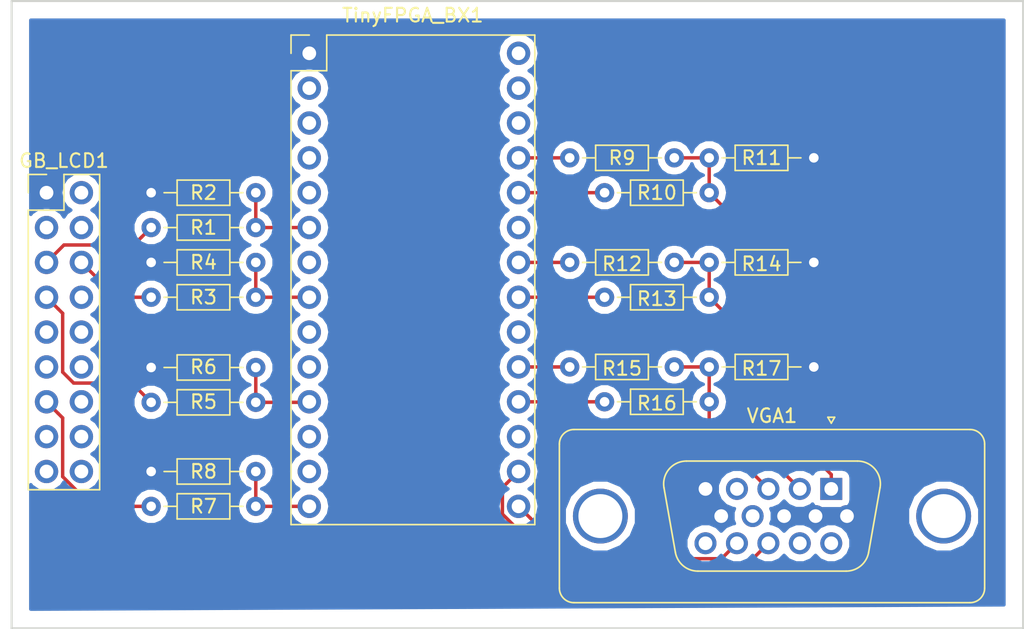
<source format=kicad_pcb>
(kicad_pcb (version 20171130) (host pcbnew 5.0.1)

  (general
    (thickness 1.6)
    (drawings 4)
    (tracks 59)
    (zones 0)
    (modules 20)
    (nets 54)
  )

  (page A4)
  (layers
    (0 F.Cu signal)
    (31 B.Cu signal hide)
    (32 B.Adhes user)
    (33 F.Adhes user)
    (34 B.Paste user)
    (35 F.Paste user)
    (36 B.SilkS user)
    (37 F.SilkS user)
    (38 B.Mask user)
    (39 F.Mask user)
    (40 Dwgs.User user)
    (41 Cmts.User user)
    (42 Eco1.User user)
    (43 Eco2.User user)
    (44 Edge.Cuts user)
    (45 Margin user)
    (46 B.CrtYd user)
    (47 F.CrtYd user)
    (48 B.Fab user)
    (49 F.Fab user)
  )

  (setup
    (last_trace_width 0.25)
    (trace_clearance 0.2)
    (zone_clearance 0.508)
    (zone_45_only no)
    (trace_min 0.2)
    (segment_width 0.2)
    (edge_width 0.15)
    (via_size 0.8)
    (via_drill 0.4)
    (via_min_size 0.4)
    (via_min_drill 0.3)
    (uvia_size 0.3)
    (uvia_drill 0.1)
    (uvias_allowed no)
    (uvia_min_size 0.2)
    (uvia_min_drill 0.1)
    (pcb_text_width 0.3)
    (pcb_text_size 1.5 1.5)
    (mod_edge_width 0.15)
    (mod_text_size 1 1)
    (mod_text_width 0.15)
    (pad_size 1.524 1.524)
    (pad_drill 0.762)
    (pad_to_mask_clearance 0.051)
    (solder_mask_min_width 0.25)
    (aux_axis_origin 0 0)
    (visible_elements FFFFFF7F)
    (pcbplotparams
      (layerselection 0x010fc_ffffffff)
      (usegerberextensions false)
      (usegerberattributes false)
      (usegerberadvancedattributes false)
      (creategerberjobfile false)
      (excludeedgelayer true)
      (linewidth 0.100000)
      (plotframeref false)
      (viasonmask false)
      (mode 1)
      (useauxorigin false)
      (hpglpennumber 1)
      (hpglpenspeed 20)
      (hpglpendiameter 15.000000)
      (psnegative false)
      (psa4output false)
      (plotreference true)
      (plotvalue true)
      (plotinvisibletext false)
      (padsonsilk false)
      (subtractmaskfromsilk false)
      (outputformat 1)
      (mirror false)
      (drillshape 1)
      (scaleselection 1)
      (outputdirectory ""))
  )

  (net 0 "")
  (net 1 "Net-(GB_LCD1-Pad18)")
  (net 2 "Net-(GB_LCD1-Pad17)")
  (net 3 "Net-(GB_LCD1-Pad16)")
  (net 4 "Net-(GB_LCD1-Pad15)")
  (net 5 GB_VCC)
  (net 6 GB_VSYNC)
  (net 7 "Net-(GB_LCD1-Pad12)")
  (net 8 "Net-(GB_LCD1-Pad11)")
  (net 9 "Net-(GB_LCD1-Pad10)")
  (net 10 "Net-(GB_LCD1-Pad9)")
  (net 11 "Net-(GB_LCD1-Pad8)")
  (net 12 GB_PIXEL_CLK)
  (net 13 GB_DATA_1)
  (net 14 GB_DATA_0)
  (net 15 GB_HSYNC)
  (net 16 "Net-(GB_LCD1-Pad3)")
  (net 17 "Net-(GB_LCD1-Pad2)")
  (net 18 GB_GND)
  (net 19 IN_DATA_0)
  (net 20 IN_DATA_1)
  (net 21 IN_PIXEL_CLK)
  (net 22 IN_VSYNC)
  (net 23 VGA_VSYNC)
  (net 24 "Net-(TinyFPGA_BX1-Pad13)")
  (net 25 VGA_HSYNC)
  (net 26 VGA_B)
  (net 27 VGA_G)
  (net 28 VGA_R)
  (net 29 "Net-(TinyFPGA_BX1-Pad7)")
  (net 30 "Net-(TinyFPGA_BX1-Pad5)")
  (net 31 "Net-(TinyFPGA_BX1-Pad4)")
  (net 32 "Net-(TinyFPGA_BX1-Pad3)")
  (net 33 "Net-(TinyFPGA_BX1-Pad27)")
  (net 34 "Net-(TinyFPGA_BX1-Pad2)")
  (net 35 "Net-(TinyFPGA_BX1-Pad28)")
  (net 36 "Net-(VGA1-Pad4)")
  (net 37 OUT_R_0)
  (net 38 OUT_R_1)
  (net 39 OUT_G_0)
  (net 40 OUT_G_1)
  (net 41 OUT_B_0)
  (net 42 OUT_B_1)
  (net 43 "Net-(VGA1-Pad15)")
  (net 44 "Net-(VGA1-Pad12)")
  (net 45 "Net-(VGA1-Pad11)")
  (net 46 "Net-(VGA1-Pad9)")
  (net 47 "Net-(TinyFPGA_BX1-Pad9)")
  (net 48 "Net-(TinyFPGA_BX1-Pad10)")
  (net 49 "Net-(TinyFPGA_BX1-Pad12)")
  (net 50 "Net-(TinyFPGA_BX1-Pad26)")
  (net 51 "Net-(TinyFPGA_BX1-Pad23)")
  (net 52 "Net-(TinyFPGA_BX1-Pad20)")
  (net 53 "Net-(TinyFPGA_BX1-Pad17)")

  (net_class Default "This is the default net class."
    (clearance 0.2)
    (trace_width 0.25)
    (via_dia 0.8)
    (via_drill 0.4)
    (uvia_dia 0.3)
    (uvia_drill 0.1)
    (add_net GB_DATA_0)
    (add_net GB_DATA_1)
    (add_net GB_GND)
    (add_net GB_HSYNC)
    (add_net GB_PIXEL_CLK)
    (add_net GB_VCC)
    (add_net GB_VSYNC)
    (add_net IN_DATA_0)
    (add_net IN_DATA_1)
    (add_net IN_PIXEL_CLK)
    (add_net IN_VSYNC)
    (add_net "Net-(GB_LCD1-Pad10)")
    (add_net "Net-(GB_LCD1-Pad11)")
    (add_net "Net-(GB_LCD1-Pad12)")
    (add_net "Net-(GB_LCD1-Pad15)")
    (add_net "Net-(GB_LCD1-Pad16)")
    (add_net "Net-(GB_LCD1-Pad17)")
    (add_net "Net-(GB_LCD1-Pad18)")
    (add_net "Net-(GB_LCD1-Pad2)")
    (add_net "Net-(GB_LCD1-Pad3)")
    (add_net "Net-(GB_LCD1-Pad8)")
    (add_net "Net-(GB_LCD1-Pad9)")
    (add_net "Net-(TinyFPGA_BX1-Pad10)")
    (add_net "Net-(TinyFPGA_BX1-Pad12)")
    (add_net "Net-(TinyFPGA_BX1-Pad13)")
    (add_net "Net-(TinyFPGA_BX1-Pad17)")
    (add_net "Net-(TinyFPGA_BX1-Pad2)")
    (add_net "Net-(TinyFPGA_BX1-Pad20)")
    (add_net "Net-(TinyFPGA_BX1-Pad23)")
    (add_net "Net-(TinyFPGA_BX1-Pad26)")
    (add_net "Net-(TinyFPGA_BX1-Pad27)")
    (add_net "Net-(TinyFPGA_BX1-Pad28)")
    (add_net "Net-(TinyFPGA_BX1-Pad3)")
    (add_net "Net-(TinyFPGA_BX1-Pad4)")
    (add_net "Net-(TinyFPGA_BX1-Pad5)")
    (add_net "Net-(TinyFPGA_BX1-Pad7)")
    (add_net "Net-(TinyFPGA_BX1-Pad9)")
    (add_net "Net-(VGA1-Pad11)")
    (add_net "Net-(VGA1-Pad12)")
    (add_net "Net-(VGA1-Pad15)")
    (add_net "Net-(VGA1-Pad4)")
    (add_net "Net-(VGA1-Pad9)")
    (add_net OUT_B_0)
    (add_net OUT_B_1)
    (add_net OUT_G_0)
    (add_net OUT_G_1)
    (add_net OUT_R_0)
    (add_net OUT_R_1)
    (add_net VGA_B)
    (add_net VGA_G)
    (add_net VGA_HSYNC)
    (add_net VGA_R)
    (add_net VGA_VSYNC)
  )

  (module pcb:TinyFPGA_BX (layer F.Cu) (tedit 5C3BC4EE) (tstamp 5C3BD979)
    (at 119.38 59.69)
    (descr "Through hole straight socket strip, 2x14, 2.54mm pitch, double cols (from Kicad 4.0.7), script generated")
    (tags "Through hole socket strip THT 2x14 2.54mm double row")
    (path /5C3BA172)
    (fp_text reference TinyFPGA_BX1 (at 7.62 -2.77) (layer F.SilkS)
      (effects (font (size 1 1) (thickness 0.15)))
    )
    (fp_text value FPGA (at 7.62 35.79) (layer F.Fab)
      (effects (font (size 1 1) (thickness 0.15)))
    )
    (fp_line (start 16.45 -1.27) (end -0.183958 -1.27) (layer F.Fab) (width 0.1))
    (fp_line (start -0.183958 -1.27) (end -1.183958 -0.27) (layer F.Fab) (width 0.1))
    (fp_line (start -1.183958 -0.27) (end -1.183958 34.29) (layer F.Fab) (width 0.1))
    (fp_line (start -1.183958 34.29) (end 16.45 34.29) (layer F.Fab) (width 0.1))
    (fp_line (start 16.45 34.29) (end 16.45 -1.27) (layer F.Fab) (width 0.1))
    (fp_line (start 16.51 -1.33) (end 1.356042 -1.33) (layer F.SilkS) (width 0.12))
    (fp_line (start 16.51 -1.33) (end 16.51 34.35) (layer F.SilkS) (width 0.12))
    (fp_line (start 16.51 34.35) (end -1.243958 34.35) (layer F.SilkS) (width 0.12))
    (fp_line (start -1.243958 1.27) (end -1.243958 34.35) (layer F.SilkS) (width 0.12))
    (fp_line (start 1.356042 1.27) (end -1.243958 1.27) (layer F.SilkS) (width 0.12))
    (fp_line (start 1.356042 -1.33) (end 1.356042 1.27) (layer F.SilkS) (width 0.12))
    (fp_line (start -1.243958 -1.33) (end -1.243958 0) (layer F.SilkS) (width 0.12))
    (fp_line (start 0.086042 -1.33) (end -1.243958 -1.33) (layer F.SilkS) (width 0.12))
    (fp_line (start 17.018 -1.8) (end -1.673958 -1.8) (layer F.CrtYd) (width 0.05))
    (fp_line (start -1.673958 -1.8) (end -1.673958 34.8) (layer F.CrtYd) (width 0.05))
    (fp_line (start -1.673958 34.8) (end 17.018 34.8) (layer F.CrtYd) (width 0.05))
    (fp_line (start 17.018 34.8) (end 17.018 -1.8) (layer F.CrtYd) (width 0.05))
    (fp_text user %R (at 7.62 16.51 90) (layer F.Fab)
      (effects (font (size 1 1) (thickness 0.15)))
    )
    (pad 1 thru_hole rect (at 0.086042 0) (size 1.7 1.7) (drill 1) (layers *.Cu *.Mask)
      (net 18 GB_GND))
    (pad 28 thru_hole oval (at 15.326042 0) (size 1.7 1.7) (drill 1) (layers *.Cu *.Mask)
      (net 35 "Net-(TinyFPGA_BX1-Pad28)"))
    (pad 2 thru_hole oval (at 0.086042 2.54) (size 1.7 1.7) (drill 1) (layers *.Cu *.Mask)
      (net 34 "Net-(TinyFPGA_BX1-Pad2)"))
    (pad 27 thru_hole oval (at 15.326042 2.54) (size 1.7 1.7) (drill 1) (layers *.Cu *.Mask)
      (net 33 "Net-(TinyFPGA_BX1-Pad27)"))
    (pad 3 thru_hole oval (at 0.086042 5.08) (size 1.7 1.7) (drill 1) (layers *.Cu *.Mask)
      (net 32 "Net-(TinyFPGA_BX1-Pad3)"))
    (pad 26 thru_hole oval (at 15.326042 5.08) (size 1.7 1.7) (drill 1) (layers *.Cu *.Mask)
      (net 50 "Net-(TinyFPGA_BX1-Pad26)"))
    (pad 4 thru_hole oval (at 0.086042 7.62) (size 1.7 1.7) (drill 1) (layers *.Cu *.Mask)
      (net 31 "Net-(TinyFPGA_BX1-Pad4)"))
    (pad 25 thru_hole oval (at 15.326042 7.62) (size 1.7 1.7) (drill 1) (layers *.Cu *.Mask)
      (net 37 OUT_R_0))
    (pad 5 thru_hole oval (at 0.086042 10.16) (size 1.7 1.7) (drill 1) (layers *.Cu *.Mask)
      (net 30 "Net-(TinyFPGA_BX1-Pad5)"))
    (pad 24 thru_hole oval (at 15.326042 10.16) (size 1.7 1.7) (drill 1) (layers *.Cu *.Mask)
      (net 38 OUT_R_1))
    (pad 6 thru_hole oval (at 0.086042 12.7) (size 1.7 1.7) (drill 1) (layers *.Cu *.Mask)
      (net 19 IN_DATA_0))
    (pad 23 thru_hole oval (at 15.326042 12.7) (size 1.7 1.7) (drill 1) (layers *.Cu *.Mask)
      (net 51 "Net-(TinyFPGA_BX1-Pad23)"))
    (pad 7 thru_hole oval (at 0.086042 15.24) (size 1.7 1.7) (drill 1) (layers *.Cu *.Mask)
      (net 29 "Net-(TinyFPGA_BX1-Pad7)"))
    (pad 22 thru_hole oval (at 15.326042 15.24) (size 1.7 1.7) (drill 1) (layers *.Cu *.Mask)
      (net 39 OUT_G_0))
    (pad 8 thru_hole oval (at 0.086042 17.78) (size 1.7 1.7) (drill 1) (layers *.Cu *.Mask)
      (net 20 IN_DATA_1))
    (pad 21 thru_hole oval (at 15.326042 17.78) (size 1.7 1.7) (drill 1) (layers *.Cu *.Mask)
      (net 40 OUT_G_1))
    (pad 9 thru_hole oval (at 0.086042 20.32) (size 1.7 1.7) (drill 1) (layers *.Cu *.Mask)
      (net 47 "Net-(TinyFPGA_BX1-Pad9)"))
    (pad 20 thru_hole oval (at 15.326042 20.32) (size 1.7 1.7) (drill 1) (layers *.Cu *.Mask)
      (net 52 "Net-(TinyFPGA_BX1-Pad20)"))
    (pad 10 thru_hole oval (at 0.086042 22.86) (size 1.7 1.7) (drill 1) (layers *.Cu *.Mask)
      (net 48 "Net-(TinyFPGA_BX1-Pad10)"))
    (pad 19 thru_hole oval (at 15.326042 22.86) (size 1.7 1.7) (drill 1) (layers *.Cu *.Mask)
      (net 41 OUT_B_0))
    (pad 11 thru_hole oval (at 0.086042 25.4) (size 1.7 1.7) (drill 1) (layers *.Cu *.Mask)
      (net 21 IN_PIXEL_CLK))
    (pad 18 thru_hole oval (at 15.326042 25.4) (size 1.7 1.7) (drill 1) (layers *.Cu *.Mask)
      (net 42 OUT_B_1))
    (pad 12 thru_hole oval (at 0.086042 27.94) (size 1.7 1.7) (drill 1) (layers *.Cu *.Mask)
      (net 49 "Net-(TinyFPGA_BX1-Pad12)"))
    (pad 17 thru_hole oval (at 15.326042 27.94) (size 1.7 1.7) (drill 1) (layers *.Cu *.Mask)
      (net 53 "Net-(TinyFPGA_BX1-Pad17)"))
    (pad 13 thru_hole oval (at 0.086042 30.48) (size 1.7 1.7) (drill 1) (layers *.Cu *.Mask)
      (net 24 "Net-(TinyFPGA_BX1-Pad13)"))
    (pad 16 thru_hole oval (at 15.326042 30.48) (size 1.7 1.7) (drill 1) (layers *.Cu *.Mask)
      (net 25 VGA_HSYNC))
    (pad 14 thru_hole oval (at 0.086042 33.02) (size 1.7 1.7) (drill 1) (layers *.Cu *.Mask)
      (net 22 IN_VSYNC))
    (pad 15 thru_hole oval (at 15.326042 33.02) (size 1.7 1.7) (drill 1) (layers *.Cu *.Mask)
      (net 23 VGA_VSYNC))
    (model ${KISYS3DMOD}/Connector_PinSocket_2.54mm.3dshapes/PinSocket_1x14_P2.54mm_Vertical.wrl
      (offset (xyz 15.24 0 0))
      (scale (xyz 1 1 1))
      (rotate (xyz 0 0 0))
    )
    (model ${KISYS3DMOD}/Connector_PinSocket_2.54mm.3dshapes/PinSocket_1x14_P2.54mm_Vertical.wrl
      (at (xyz 0 0 0))
      (scale (xyz 1 1 1))
      (rotate (xyz 0 0 0))
    )
  )

  (module library:R_Axial_DIN0204_L3.6mm_D1.6mm_P7.62mm_Horizontal (layer F.Cu) (tedit 5AE5139B) (tstamp 5C3BE0B8)
    (at 148.59 67.31)
    (descr "Resistor, Axial_DIN0204 series, Axial, Horizontal, pin pitch=7.62mm, 0.167W, length*diameter=3.6*1.6mm^2, http://cdn-reichelt.de/documents/datenblatt/B400/1_4W%23YAG.pdf")
    (tags "Resistor Axial_DIN0204 series Axial Horizontal pin pitch 7.62mm 0.167W length 3.6mm diameter 1.6mm")
    (path /5C3C36DD)
    (fp_text reference R11 (at 3.81 0) (layer F.SilkS)
      (effects (font (size 1 1) (thickness 0.15)))
    )
    (fp_text value 10k (at 3.81 -1.778) (layer F.Fab)
      (effects (font (size 1 1) (thickness 0.15)))
    )
    (fp_line (start 2.01 -0.8) (end 2.01 0.8) (layer F.Fab) (width 0.1))
    (fp_line (start 2.01 0.8) (end 5.61 0.8) (layer F.Fab) (width 0.1))
    (fp_line (start 5.61 0.8) (end 5.61 -0.8) (layer F.Fab) (width 0.1))
    (fp_line (start 5.61 -0.8) (end 2.01 -0.8) (layer F.Fab) (width 0.1))
    (fp_line (start 0 0) (end 2.01 0) (layer F.Fab) (width 0.1))
    (fp_line (start 7.62 0) (end 5.61 0) (layer F.Fab) (width 0.1))
    (fp_line (start 1.89 -0.92) (end 1.89 0.92) (layer F.SilkS) (width 0.12))
    (fp_line (start 1.89 0.92) (end 5.73 0.92) (layer F.SilkS) (width 0.12))
    (fp_line (start 5.73 0.92) (end 5.73 -0.92) (layer F.SilkS) (width 0.12))
    (fp_line (start 5.73 -0.92) (end 1.89 -0.92) (layer F.SilkS) (width 0.12))
    (fp_line (start 0.94 0) (end 1.89 0) (layer F.SilkS) (width 0.12))
    (fp_line (start 6.68 0) (end 5.73 0) (layer F.SilkS) (width 0.12))
    (fp_line (start -0.95 -1.05) (end -0.95 1.05) (layer F.CrtYd) (width 0.05))
    (fp_line (start -0.95 1.05) (end 8.57 1.05) (layer F.CrtYd) (width 0.05))
    (fp_line (start 8.57 1.05) (end 8.57 -1.05) (layer F.CrtYd) (width 0.05))
    (fp_line (start 8.57 -1.05) (end -0.95 -1.05) (layer F.CrtYd) (width 0.05))
    (fp_text user %R (at 3.81 0) (layer F.Fab)
      (effects (font (size 0.72 0.72) (thickness 0.108)))
    )
    (pad 1 thru_hole circle (at 0 0) (size 1.4 1.4) (drill 0.7) (layers *.Cu *.Mask)
      (net 28 VGA_R))
    (pad 2 thru_hole oval (at 7.62 0) (size 1.4 1.4) (drill 0.7) (layers *.Cu *.Mask)
      (net 18 GB_GND))
    (model ${KISYS3DMOD}/Resistor_THT.3dshapes/R_Axial_DIN0204_L3.6mm_D1.6mm_P7.62mm_Horizontal.wrl
      (at (xyz 0 0 0))
      (scale (xyz 1 1 1))
      (rotate (xyz 0 0 0))
    )
  )

  (module library:PinHeader_2x09_P2.54mm_Vertical (layer F.Cu) (tedit 59FED5CC) (tstamp 5C3BDCC1)
    (at 100.33 69.85)
    (descr "Through hole straight pin header, 2x09, 2.54mm pitch, double rows")
    (tags "Through hole pin header THT 2x09 2.54mm double row")
    (path /5C3B8763)
    (fp_text reference GB_LCD1 (at 1.27 -2.33) (layer F.SilkS)
      (effects (font (size 1 1) (thickness 0.15)))
    )
    (fp_text value Conn_02x09_Counter_Clockwise (at -2.54 10.922 -90) (layer F.Fab)
      (effects (font (size 1 1) (thickness 0.15)))
    )
    (fp_line (start 0 -1.27) (end 3.81 -1.27) (layer F.Fab) (width 0.1))
    (fp_line (start 3.81 -1.27) (end 3.81 21.59) (layer F.Fab) (width 0.1))
    (fp_line (start 3.81 21.59) (end -1.27 21.59) (layer F.Fab) (width 0.1))
    (fp_line (start -1.27 21.59) (end -1.27 0) (layer F.Fab) (width 0.1))
    (fp_line (start -1.27 0) (end 0 -1.27) (layer F.Fab) (width 0.1))
    (fp_line (start -1.33 21.65) (end 3.87 21.65) (layer F.SilkS) (width 0.12))
    (fp_line (start -1.33 1.27) (end -1.33 21.65) (layer F.SilkS) (width 0.12))
    (fp_line (start 3.87 -1.33) (end 3.87 21.65) (layer F.SilkS) (width 0.12))
    (fp_line (start -1.33 1.27) (end 1.27 1.27) (layer F.SilkS) (width 0.12))
    (fp_line (start 1.27 1.27) (end 1.27 -1.33) (layer F.SilkS) (width 0.12))
    (fp_line (start 1.27 -1.33) (end 3.87 -1.33) (layer F.SilkS) (width 0.12))
    (fp_line (start -1.33 0) (end -1.33 -1.33) (layer F.SilkS) (width 0.12))
    (fp_line (start -1.33 -1.33) (end 0 -1.33) (layer F.SilkS) (width 0.12))
    (fp_line (start -1.8 -1.8) (end -1.8 22.1) (layer F.CrtYd) (width 0.05))
    (fp_line (start -1.8 22.1) (end 4.35 22.1) (layer F.CrtYd) (width 0.05))
    (fp_line (start 4.35 22.1) (end 4.35 -1.8) (layer F.CrtYd) (width 0.05))
    (fp_line (start 4.35 -1.8) (end -1.8 -1.8) (layer F.CrtYd) (width 0.05))
    (fp_text user %R (at 1.27 10.16 90) (layer F.Fab)
      (effects (font (size 1 1) (thickness 0.15)))
    )
    (pad 1 thru_hole rect (at 0 0) (size 1.7 1.7) (drill 1) (layers *.Cu *.Mask)
      (net 18 GB_GND))
    (pad 2 thru_hole oval (at 2.54 0) (size 1.7 1.7) (drill 1) (layers *.Cu *.Mask)
      (net 17 "Net-(GB_LCD1-Pad2)"))
    (pad 3 thru_hole oval (at 0 2.54) (size 1.7 1.7) (drill 1) (layers *.Cu *.Mask)
      (net 16 "Net-(GB_LCD1-Pad3)"))
    (pad 4 thru_hole oval (at 2.54 2.54) (size 1.7 1.7) (drill 1) (layers *.Cu *.Mask)
      (net 15 GB_HSYNC))
    (pad 5 thru_hole oval (at 0 5.08) (size 1.7 1.7) (drill 1) (layers *.Cu *.Mask)
      (net 14 GB_DATA_0))
    (pad 6 thru_hole oval (at 2.54 5.08) (size 1.7 1.7) (drill 1) (layers *.Cu *.Mask)
      (net 13 GB_DATA_1))
    (pad 7 thru_hole oval (at 0 7.62) (size 1.7 1.7) (drill 1) (layers *.Cu *.Mask)
      (net 12 GB_PIXEL_CLK))
    (pad 8 thru_hole oval (at 2.54 7.62) (size 1.7 1.7) (drill 1) (layers *.Cu *.Mask)
      (net 11 "Net-(GB_LCD1-Pad8)"))
    (pad 9 thru_hole oval (at 0 10.16) (size 1.7 1.7) (drill 1) (layers *.Cu *.Mask)
      (net 10 "Net-(GB_LCD1-Pad9)"))
    (pad 10 thru_hole oval (at 2.54 10.16) (size 1.7 1.7) (drill 1) (layers *.Cu *.Mask)
      (net 9 "Net-(GB_LCD1-Pad10)"))
    (pad 11 thru_hole oval (at 0 12.7) (size 1.7 1.7) (drill 1) (layers *.Cu *.Mask)
      (net 8 "Net-(GB_LCD1-Pad11)"))
    (pad 12 thru_hole oval (at 2.54 12.7) (size 1.7 1.7) (drill 1) (layers *.Cu *.Mask)
      (net 7 "Net-(GB_LCD1-Pad12)"))
    (pad 13 thru_hole oval (at 0 15.24) (size 1.7 1.7) (drill 1) (layers *.Cu *.Mask)
      (net 6 GB_VSYNC))
    (pad 14 thru_hole oval (at 2.54 15.24) (size 1.7 1.7) (drill 1) (layers *.Cu *.Mask)
      (net 5 GB_VCC))
    (pad 15 thru_hole oval (at 0 17.78) (size 1.7 1.7) (drill 1) (layers *.Cu *.Mask)
      (net 4 "Net-(GB_LCD1-Pad15)"))
    (pad 16 thru_hole oval (at 2.54 17.78) (size 1.7 1.7) (drill 1) (layers *.Cu *.Mask)
      (net 3 "Net-(GB_LCD1-Pad16)"))
    (pad 17 thru_hole oval (at 0 20.32) (size 1.7 1.7) (drill 1) (layers *.Cu *.Mask)
      (net 2 "Net-(GB_LCD1-Pad17)"))
    (pad 18 thru_hole oval (at 2.54 20.32) (size 1.7 1.7) (drill 1) (layers *.Cu *.Mask)
      (net 1 "Net-(GB_LCD1-Pad18)"))
    (model ${KISYS3DMOD}/Connector_PinHeader_2.54mm.3dshapes/PinHeader_2x09_P2.54mm_Vertical.wrl
      (at (xyz 0 0 0))
      (scale (xyz 1 1 1))
      (rotate (xyz 0 0 0))
    )
  )

  (module library:R_Axial_DIN0204_L3.6mm_D1.6mm_P7.62mm_Horizontal (layer F.Cu) (tedit 5AE5139B) (tstamp 5C3BD8A6)
    (at 107.95 72.39)
    (descr "Resistor, Axial_DIN0204 series, Axial, Horizontal, pin pitch=7.62mm, 0.167W, length*diameter=3.6*1.6mm^2, http://cdn-reichelt.de/documents/datenblatt/B400/1_4W%23YAG.pdf")
    (tags "Resistor Axial_DIN0204 series Axial Horizontal pin pitch 7.62mm 0.167W length 3.6mm diameter 1.6mm")
    (path /5C3B8886)
    (fp_text reference R1 (at 3.81 0) (layer F.SilkS)
      (effects (font (size 1 1) (thickness 0.15)))
    )
    (fp_text value 510 (at -2.286 -0.112) (layer F.Fab)
      (effects (font (size 1 1) (thickness 0.15)))
    )
    (fp_line (start 2.01 -0.8) (end 2.01 0.8) (layer F.Fab) (width 0.1))
    (fp_line (start 2.01 0.8) (end 5.61 0.8) (layer F.Fab) (width 0.1))
    (fp_line (start 5.61 0.8) (end 5.61 -0.8) (layer F.Fab) (width 0.1))
    (fp_line (start 5.61 -0.8) (end 2.01 -0.8) (layer F.Fab) (width 0.1))
    (fp_line (start 0 0) (end 2.01 0) (layer F.Fab) (width 0.1))
    (fp_line (start 7.62 0) (end 5.61 0) (layer F.Fab) (width 0.1))
    (fp_line (start 1.89 -0.92) (end 1.89 0.92) (layer F.SilkS) (width 0.12))
    (fp_line (start 1.89 0.92) (end 5.73 0.92) (layer F.SilkS) (width 0.12))
    (fp_line (start 5.73 0.92) (end 5.73 -0.92) (layer F.SilkS) (width 0.12))
    (fp_line (start 5.73 -0.92) (end 1.89 -0.92) (layer F.SilkS) (width 0.12))
    (fp_line (start 0.94 0) (end 1.89 0) (layer F.SilkS) (width 0.12))
    (fp_line (start 6.68 0) (end 5.73 0) (layer F.SilkS) (width 0.12))
    (fp_line (start -0.95 -1.05) (end -0.95 1.05) (layer F.CrtYd) (width 0.05))
    (fp_line (start -0.95 1.05) (end 8.57 1.05) (layer F.CrtYd) (width 0.05))
    (fp_line (start 8.57 1.05) (end 8.57 -1.05) (layer F.CrtYd) (width 0.05))
    (fp_line (start 8.57 -1.05) (end -0.95 -1.05) (layer F.CrtYd) (width 0.05))
    (fp_text user %R (at 3.81 0) (layer F.Fab)
      (effects (font (size 0.72 0.72) (thickness 0.108)))
    )
    (pad 1 thru_hole circle (at 0 0) (size 1.4 1.4) (drill 0.7) (layers *.Cu *.Mask)
      (net 14 GB_DATA_0))
    (pad 2 thru_hole oval (at 7.62 0) (size 1.4 1.4) (drill 0.7) (layers *.Cu *.Mask)
      (net 19 IN_DATA_0))
    (model ${KISYS3DMOD}/Resistor_THT.3dshapes/R_Axial_DIN0204_L3.6mm_D1.6mm_P7.62mm_Horizontal.wrl
      (at (xyz 0 0 0))
      (scale (xyz 1 1 1))
      (rotate (xyz 0 0 0))
    )
  )

  (module library:R_Axial_DIN0204_L3.6mm_D1.6mm_P7.62mm_Horizontal (layer F.Cu) (tedit 5AE5139B) (tstamp 5C3BD8BD)
    (at 115.57 69.85 180)
    (descr "Resistor, Axial_DIN0204 series, Axial, Horizontal, pin pitch=7.62mm, 0.167W, length*diameter=3.6*1.6mm^2, http://cdn-reichelt.de/documents/datenblatt/B400/1_4W%23YAG.pdf")
    (tags "Resistor Axial_DIN0204 series Axial Horizontal pin pitch 7.62mm 0.167W length 3.6mm diameter 1.6mm")
    (path /5C3B8B39)
    (fp_text reference R2 (at 3.81 0 180) (layer F.SilkS)
      (effects (font (size 1 1) (thickness 0.15)))
    )
    (fp_text value 1k (at 9.398 -0.112 180) (layer F.Fab)
      (effects (font (size 1 1) (thickness 0.15)))
    )
    (fp_line (start 2.01 -0.8) (end 2.01 0.8) (layer F.Fab) (width 0.1))
    (fp_line (start 2.01 0.8) (end 5.61 0.8) (layer F.Fab) (width 0.1))
    (fp_line (start 5.61 0.8) (end 5.61 -0.8) (layer F.Fab) (width 0.1))
    (fp_line (start 5.61 -0.8) (end 2.01 -0.8) (layer F.Fab) (width 0.1))
    (fp_line (start 0 0) (end 2.01 0) (layer F.Fab) (width 0.1))
    (fp_line (start 7.62 0) (end 5.61 0) (layer F.Fab) (width 0.1))
    (fp_line (start 1.89 -0.92) (end 1.89 0.92) (layer F.SilkS) (width 0.12))
    (fp_line (start 1.89 0.92) (end 5.73 0.92) (layer F.SilkS) (width 0.12))
    (fp_line (start 5.73 0.92) (end 5.73 -0.92) (layer F.SilkS) (width 0.12))
    (fp_line (start 5.73 -0.92) (end 1.89 -0.92) (layer F.SilkS) (width 0.12))
    (fp_line (start 0.94 0) (end 1.89 0) (layer F.SilkS) (width 0.12))
    (fp_line (start 6.68 0) (end 5.73 0) (layer F.SilkS) (width 0.12))
    (fp_line (start -0.95 -1.05) (end -0.95 1.05) (layer F.CrtYd) (width 0.05))
    (fp_line (start -0.95 1.05) (end 8.57 1.05) (layer F.CrtYd) (width 0.05))
    (fp_line (start 8.57 1.05) (end 8.57 -1.05) (layer F.CrtYd) (width 0.05))
    (fp_line (start 8.57 -1.05) (end -0.95 -1.05) (layer F.CrtYd) (width 0.05))
    (fp_text user %R (at 3.81 0 180) (layer F.Fab)
      (effects (font (size 0.72 0.72) (thickness 0.108)))
    )
    (pad 1 thru_hole circle (at 0 0 180) (size 1.4 1.4) (drill 0.7) (layers *.Cu *.Mask)
      (net 19 IN_DATA_0))
    (pad 2 thru_hole oval (at 7.62 0 180) (size 1.4 1.4) (drill 0.7) (layers *.Cu *.Mask)
      (net 18 GB_GND))
    (model ${KISYS3DMOD}/Resistor_THT.3dshapes/R_Axial_DIN0204_L3.6mm_D1.6mm_P7.62mm_Horizontal.wrl
      (at (xyz 0 0 0))
      (scale (xyz 1 1 1))
      (rotate (xyz 0 0 0))
    )
  )

  (module library:R_Axial_DIN0204_L3.6mm_D1.6mm_P7.62mm_Horizontal (layer F.Cu) (tedit 5AE5139B) (tstamp 5C3BD8D4)
    (at 107.95 77.47)
    (descr "Resistor, Axial_DIN0204 series, Axial, Horizontal, pin pitch=7.62mm, 0.167W, length*diameter=3.6*1.6mm^2, http://cdn-reichelt.de/documents/datenblatt/B400/1_4W%23YAG.pdf")
    (tags "Resistor Axial_DIN0204 series Axial Horizontal pin pitch 7.62mm 0.167W length 3.6mm diameter 1.6mm")
    (path /5C3B9C9F)
    (fp_text reference R3 (at 3.81 0) (layer F.SilkS)
      (effects (font (size 1 1) (thickness 0.15)))
    )
    (fp_text value 510 (at -2.286 -0.112) (layer F.Fab)
      (effects (font (size 1 1) (thickness 0.15)))
    )
    (fp_line (start 2.01 -0.8) (end 2.01 0.8) (layer F.Fab) (width 0.1))
    (fp_line (start 2.01 0.8) (end 5.61 0.8) (layer F.Fab) (width 0.1))
    (fp_line (start 5.61 0.8) (end 5.61 -0.8) (layer F.Fab) (width 0.1))
    (fp_line (start 5.61 -0.8) (end 2.01 -0.8) (layer F.Fab) (width 0.1))
    (fp_line (start 0 0) (end 2.01 0) (layer F.Fab) (width 0.1))
    (fp_line (start 7.62 0) (end 5.61 0) (layer F.Fab) (width 0.1))
    (fp_line (start 1.89 -0.92) (end 1.89 0.92) (layer F.SilkS) (width 0.12))
    (fp_line (start 1.89 0.92) (end 5.73 0.92) (layer F.SilkS) (width 0.12))
    (fp_line (start 5.73 0.92) (end 5.73 -0.92) (layer F.SilkS) (width 0.12))
    (fp_line (start 5.73 -0.92) (end 1.89 -0.92) (layer F.SilkS) (width 0.12))
    (fp_line (start 0.94 0) (end 1.89 0) (layer F.SilkS) (width 0.12))
    (fp_line (start 6.68 0) (end 5.73 0) (layer F.SilkS) (width 0.12))
    (fp_line (start -0.95 -1.05) (end -0.95 1.05) (layer F.CrtYd) (width 0.05))
    (fp_line (start -0.95 1.05) (end 8.57 1.05) (layer F.CrtYd) (width 0.05))
    (fp_line (start 8.57 1.05) (end 8.57 -1.05) (layer F.CrtYd) (width 0.05))
    (fp_line (start 8.57 -1.05) (end -0.95 -1.05) (layer F.CrtYd) (width 0.05))
    (fp_text user %R (at 3.81 0) (layer F.Fab)
      (effects (font (size 0.72 0.72) (thickness 0.108)))
    )
    (pad 1 thru_hole circle (at 0 0) (size 1.4 1.4) (drill 0.7) (layers *.Cu *.Mask)
      (net 13 GB_DATA_1))
    (pad 2 thru_hole oval (at 7.62 0) (size 1.4 1.4) (drill 0.7) (layers *.Cu *.Mask)
      (net 20 IN_DATA_1))
    (model ${KISYS3DMOD}/Resistor_THT.3dshapes/R_Axial_DIN0204_L3.6mm_D1.6mm_P7.62mm_Horizontal.wrl
      (at (xyz 0 0 0))
      (scale (xyz 1 1 1))
      (rotate (xyz 0 0 0))
    )
  )

  (module library:R_Axial_DIN0204_L3.6mm_D1.6mm_P7.62mm_Horizontal (layer F.Cu) (tedit 5AE5139B) (tstamp 5C3BD8EB)
    (at 115.57 74.93 180)
    (descr "Resistor, Axial_DIN0204 series, Axial, Horizontal, pin pitch=7.62mm, 0.167W, length*diameter=3.6*1.6mm^2, http://cdn-reichelt.de/documents/datenblatt/B400/1_4W%23YAG.pdf")
    (tags "Resistor Axial_DIN0204 series Axial Horizontal pin pitch 7.62mm 0.167W length 3.6mm diameter 1.6mm")
    (path /5C3B9CA8)
    (fp_text reference R4 (at 3.81 0 180) (layer F.SilkS)
      (effects (font (size 1 1) (thickness 0.15)))
    )
    (fp_text value 1k (at 9.398 -0.112 180) (layer F.Fab)
      (effects (font (size 1 1) (thickness 0.15)))
    )
    (fp_line (start 2.01 -0.8) (end 2.01 0.8) (layer F.Fab) (width 0.1))
    (fp_line (start 2.01 0.8) (end 5.61 0.8) (layer F.Fab) (width 0.1))
    (fp_line (start 5.61 0.8) (end 5.61 -0.8) (layer F.Fab) (width 0.1))
    (fp_line (start 5.61 -0.8) (end 2.01 -0.8) (layer F.Fab) (width 0.1))
    (fp_line (start 0 0) (end 2.01 0) (layer F.Fab) (width 0.1))
    (fp_line (start 7.62 0) (end 5.61 0) (layer F.Fab) (width 0.1))
    (fp_line (start 1.89 -0.92) (end 1.89 0.92) (layer F.SilkS) (width 0.12))
    (fp_line (start 1.89 0.92) (end 5.73 0.92) (layer F.SilkS) (width 0.12))
    (fp_line (start 5.73 0.92) (end 5.73 -0.92) (layer F.SilkS) (width 0.12))
    (fp_line (start 5.73 -0.92) (end 1.89 -0.92) (layer F.SilkS) (width 0.12))
    (fp_line (start 0.94 0) (end 1.89 0) (layer F.SilkS) (width 0.12))
    (fp_line (start 6.68 0) (end 5.73 0) (layer F.SilkS) (width 0.12))
    (fp_line (start -0.95 -1.05) (end -0.95 1.05) (layer F.CrtYd) (width 0.05))
    (fp_line (start -0.95 1.05) (end 8.57 1.05) (layer F.CrtYd) (width 0.05))
    (fp_line (start 8.57 1.05) (end 8.57 -1.05) (layer F.CrtYd) (width 0.05))
    (fp_line (start 8.57 -1.05) (end -0.95 -1.05) (layer F.CrtYd) (width 0.05))
    (fp_text user %R (at 3.81 0 180) (layer F.Fab)
      (effects (font (size 0.72 0.72) (thickness 0.108)))
    )
    (pad 1 thru_hole circle (at 0 0 180) (size 1.4 1.4) (drill 0.7) (layers *.Cu *.Mask)
      (net 20 IN_DATA_1))
    (pad 2 thru_hole oval (at 7.62 0 180) (size 1.4 1.4) (drill 0.7) (layers *.Cu *.Mask)
      (net 18 GB_GND))
    (model ${KISYS3DMOD}/Resistor_THT.3dshapes/R_Axial_DIN0204_L3.6mm_D1.6mm_P7.62mm_Horizontal.wrl
      (at (xyz 0 0 0))
      (scale (xyz 1 1 1))
      (rotate (xyz 0 0 0))
    )
  )

  (module library:R_Axial_DIN0204_L3.6mm_D1.6mm_P7.62mm_Horizontal (layer F.Cu) (tedit 5AE5139B) (tstamp 5C3BD902)
    (at 107.95 85.129624)
    (descr "Resistor, Axial_DIN0204 series, Axial, Horizontal, pin pitch=7.62mm, 0.167W, length*diameter=3.6*1.6mm^2, http://cdn-reichelt.de/documents/datenblatt/B400/1_4W%23YAG.pdf")
    (tags "Resistor Axial_DIN0204 series Axial Horizontal pin pitch 7.62mm 0.167W length 3.6mm diameter 1.6mm")
    (path /5C3B9719)
    (fp_text reference R5 (at 3.81 -0.039624) (layer F.SilkS)
      (effects (font (size 1 1) (thickness 0.15)))
    )
    (fp_text value 510 (at -2.286 -0.112) (layer F.Fab)
      (effects (font (size 1 1) (thickness 0.15)))
    )
    (fp_line (start 2.01 -0.8) (end 2.01 0.8) (layer F.Fab) (width 0.1))
    (fp_line (start 2.01 0.8) (end 5.61 0.8) (layer F.Fab) (width 0.1))
    (fp_line (start 5.61 0.8) (end 5.61 -0.8) (layer F.Fab) (width 0.1))
    (fp_line (start 5.61 -0.8) (end 2.01 -0.8) (layer F.Fab) (width 0.1))
    (fp_line (start 0 0) (end 2.01 0) (layer F.Fab) (width 0.1))
    (fp_line (start 7.62 0) (end 5.61 0) (layer F.Fab) (width 0.1))
    (fp_line (start 1.89 -0.92) (end 1.89 0.92) (layer F.SilkS) (width 0.12))
    (fp_line (start 1.89 0.92) (end 5.73 0.92) (layer F.SilkS) (width 0.12))
    (fp_line (start 5.73 0.92) (end 5.73 -0.92) (layer F.SilkS) (width 0.12))
    (fp_line (start 5.73 -0.92) (end 1.89 -0.92) (layer F.SilkS) (width 0.12))
    (fp_line (start 0.94 0) (end 1.89 0) (layer F.SilkS) (width 0.12))
    (fp_line (start 6.68 0) (end 5.73 0) (layer F.SilkS) (width 0.12))
    (fp_line (start -0.95 -1.05) (end -0.95 1.05) (layer F.CrtYd) (width 0.05))
    (fp_line (start -0.95 1.05) (end 8.57 1.05) (layer F.CrtYd) (width 0.05))
    (fp_line (start 8.57 1.05) (end 8.57 -1.05) (layer F.CrtYd) (width 0.05))
    (fp_line (start 8.57 -1.05) (end -0.95 -1.05) (layer F.CrtYd) (width 0.05))
    (fp_text user %R (at 3.81 0) (layer F.Fab)
      (effects (font (size 0.72 0.72) (thickness 0.108)))
    )
    (pad 1 thru_hole circle (at 0 0) (size 1.4 1.4) (drill 0.7) (layers *.Cu *.Mask)
      (net 12 GB_PIXEL_CLK))
    (pad 2 thru_hole oval (at 7.62 0) (size 1.4 1.4) (drill 0.7) (layers *.Cu *.Mask)
      (net 21 IN_PIXEL_CLK))
    (model ${KISYS3DMOD}/Resistor_THT.3dshapes/R_Axial_DIN0204_L3.6mm_D1.6mm_P7.62mm_Horizontal.wrl
      (at (xyz 0 0 0))
      (scale (xyz 1 1 1))
      (rotate (xyz 0 0 0))
    )
  )

  (module library:R_Axial_DIN0204_L3.6mm_D1.6mm_P7.62mm_Horizontal (layer F.Cu) (tedit 5AE5139B) (tstamp 5C3BD919)
    (at 115.57 82.589624 180)
    (descr "Resistor, Axial_DIN0204 series, Axial, Horizontal, pin pitch=7.62mm, 0.167W, length*diameter=3.6*1.6mm^2, http://cdn-reichelt.de/documents/datenblatt/B400/1_4W%23YAG.pdf")
    (tags "Resistor Axial_DIN0204 series Axial Horizontal pin pitch 7.62mm 0.167W length 3.6mm diameter 1.6mm")
    (path /5C3B9722)
    (fp_text reference R6 (at 3.81 0.039624 180) (layer F.SilkS)
      (effects (font (size 1 1) (thickness 0.15)))
    )
    (fp_text value 1k (at 9.398 -0.112 180) (layer F.Fab)
      (effects (font (size 1 1) (thickness 0.15)))
    )
    (fp_line (start 2.01 -0.8) (end 2.01 0.8) (layer F.Fab) (width 0.1))
    (fp_line (start 2.01 0.8) (end 5.61 0.8) (layer F.Fab) (width 0.1))
    (fp_line (start 5.61 0.8) (end 5.61 -0.8) (layer F.Fab) (width 0.1))
    (fp_line (start 5.61 -0.8) (end 2.01 -0.8) (layer F.Fab) (width 0.1))
    (fp_line (start 0 0) (end 2.01 0) (layer F.Fab) (width 0.1))
    (fp_line (start 7.62 0) (end 5.61 0) (layer F.Fab) (width 0.1))
    (fp_line (start 1.89 -0.92) (end 1.89 0.92) (layer F.SilkS) (width 0.12))
    (fp_line (start 1.89 0.92) (end 5.73 0.92) (layer F.SilkS) (width 0.12))
    (fp_line (start 5.73 0.92) (end 5.73 -0.92) (layer F.SilkS) (width 0.12))
    (fp_line (start 5.73 -0.92) (end 1.89 -0.92) (layer F.SilkS) (width 0.12))
    (fp_line (start 0.94 0) (end 1.89 0) (layer F.SilkS) (width 0.12))
    (fp_line (start 6.68 0) (end 5.73 0) (layer F.SilkS) (width 0.12))
    (fp_line (start -0.95 -1.05) (end -0.95 1.05) (layer F.CrtYd) (width 0.05))
    (fp_line (start -0.95 1.05) (end 8.57 1.05) (layer F.CrtYd) (width 0.05))
    (fp_line (start 8.57 1.05) (end 8.57 -1.05) (layer F.CrtYd) (width 0.05))
    (fp_line (start 8.57 -1.05) (end -0.95 -1.05) (layer F.CrtYd) (width 0.05))
    (fp_text user %R (at 3.81 0 180) (layer F.Fab)
      (effects (font (size 0.72 0.72) (thickness 0.108)))
    )
    (pad 1 thru_hole circle (at 0 0 180) (size 1.4 1.4) (drill 0.7) (layers *.Cu *.Mask)
      (net 21 IN_PIXEL_CLK))
    (pad 2 thru_hole oval (at 7.62 0 180) (size 1.4 1.4) (drill 0.7) (layers *.Cu *.Mask)
      (net 18 GB_GND))
    (model ${KISYS3DMOD}/Resistor_THT.3dshapes/R_Axial_DIN0204_L3.6mm_D1.6mm_P7.62mm_Horizontal.wrl
      (at (xyz 0 0 0))
      (scale (xyz 1 1 1))
      (rotate (xyz 0 0 0))
    )
  )

  (module library:R_Axial_DIN0204_L3.6mm_D1.6mm_P7.62mm_Horizontal (layer F.Cu) (tedit 5AE5139B) (tstamp 5C3BD930)
    (at 107.95 92.71)
    (descr "Resistor, Axial_DIN0204 series, Axial, Horizontal, pin pitch=7.62mm, 0.167W, length*diameter=3.6*1.6mm^2, http://cdn-reichelt.de/documents/datenblatt/B400/1_4W%23YAG.pdf")
    (tags "Resistor Axial_DIN0204 series Axial Horizontal pin pitch 7.62mm 0.167W length 3.6mm diameter 1.6mm")
    (path /5C3BAA88)
    (fp_text reference R7 (at 3.81 0) (layer F.SilkS)
      (effects (font (size 1 1) (thickness 0.15)))
    )
    (fp_text value 510 (at -2.286 -0.112) (layer F.Fab)
      (effects (font (size 1 1) (thickness 0.15)))
    )
    (fp_line (start 2.01 -0.8) (end 2.01 0.8) (layer F.Fab) (width 0.1))
    (fp_line (start 2.01 0.8) (end 5.61 0.8) (layer F.Fab) (width 0.1))
    (fp_line (start 5.61 0.8) (end 5.61 -0.8) (layer F.Fab) (width 0.1))
    (fp_line (start 5.61 -0.8) (end 2.01 -0.8) (layer F.Fab) (width 0.1))
    (fp_line (start 0 0) (end 2.01 0) (layer F.Fab) (width 0.1))
    (fp_line (start 7.62 0) (end 5.61 0) (layer F.Fab) (width 0.1))
    (fp_line (start 1.89 -0.92) (end 1.89 0.92) (layer F.SilkS) (width 0.12))
    (fp_line (start 1.89 0.92) (end 5.73 0.92) (layer F.SilkS) (width 0.12))
    (fp_line (start 5.73 0.92) (end 5.73 -0.92) (layer F.SilkS) (width 0.12))
    (fp_line (start 5.73 -0.92) (end 1.89 -0.92) (layer F.SilkS) (width 0.12))
    (fp_line (start 0.94 0) (end 1.89 0) (layer F.SilkS) (width 0.12))
    (fp_line (start 6.68 0) (end 5.73 0) (layer F.SilkS) (width 0.12))
    (fp_line (start -0.95 -1.05) (end -0.95 1.05) (layer F.CrtYd) (width 0.05))
    (fp_line (start -0.95 1.05) (end 8.57 1.05) (layer F.CrtYd) (width 0.05))
    (fp_line (start 8.57 1.05) (end 8.57 -1.05) (layer F.CrtYd) (width 0.05))
    (fp_line (start 8.57 -1.05) (end -0.95 -1.05) (layer F.CrtYd) (width 0.05))
    (fp_text user %R (at 3.81 0) (layer F.Fab)
      (effects (font (size 0.72 0.72) (thickness 0.108)))
    )
    (pad 1 thru_hole circle (at 0 0) (size 1.4 1.4) (drill 0.7) (layers *.Cu *.Mask)
      (net 6 GB_VSYNC))
    (pad 2 thru_hole oval (at 7.62 0) (size 1.4 1.4) (drill 0.7) (layers *.Cu *.Mask)
      (net 22 IN_VSYNC))
    (model ${KISYS3DMOD}/Resistor_THT.3dshapes/R_Axial_DIN0204_L3.6mm_D1.6mm_P7.62mm_Horizontal.wrl
      (at (xyz 0 0 0))
      (scale (xyz 1 1 1))
      (rotate (xyz 0 0 0))
    )
  )

  (module library:R_Axial_DIN0204_L3.6mm_D1.6mm_P7.62mm_Horizontal (layer F.Cu) (tedit 5AE5139B) (tstamp 5C3BD947)
    (at 115.57 90.17 180)
    (descr "Resistor, Axial_DIN0204 series, Axial, Horizontal, pin pitch=7.62mm, 0.167W, length*diameter=3.6*1.6mm^2, http://cdn-reichelt.de/documents/datenblatt/B400/1_4W%23YAG.pdf")
    (tags "Resistor Axial_DIN0204 series Axial Horizontal pin pitch 7.62mm 0.167W length 3.6mm diameter 1.6mm")
    (path /5C3BAA91)
    (fp_text reference R8 (at 3.81 0 180) (layer F.SilkS)
      (effects (font (size 1 1) (thickness 0.15)))
    )
    (fp_text value 1k (at 9.398 -0.112 180) (layer F.Fab)
      (effects (font (size 1 1) (thickness 0.15)))
    )
    (fp_line (start 2.01 -0.8) (end 2.01 0.8) (layer F.Fab) (width 0.1))
    (fp_line (start 2.01 0.8) (end 5.61 0.8) (layer F.Fab) (width 0.1))
    (fp_line (start 5.61 0.8) (end 5.61 -0.8) (layer F.Fab) (width 0.1))
    (fp_line (start 5.61 -0.8) (end 2.01 -0.8) (layer F.Fab) (width 0.1))
    (fp_line (start 0 0) (end 2.01 0) (layer F.Fab) (width 0.1))
    (fp_line (start 7.62 0) (end 5.61 0) (layer F.Fab) (width 0.1))
    (fp_line (start 1.89 -0.92) (end 1.89 0.92) (layer F.SilkS) (width 0.12))
    (fp_line (start 1.89 0.92) (end 5.73 0.92) (layer F.SilkS) (width 0.12))
    (fp_line (start 5.73 0.92) (end 5.73 -0.92) (layer F.SilkS) (width 0.12))
    (fp_line (start 5.73 -0.92) (end 1.89 -0.92) (layer F.SilkS) (width 0.12))
    (fp_line (start 0.94 0) (end 1.89 0) (layer F.SilkS) (width 0.12))
    (fp_line (start 6.68 0) (end 5.73 0) (layer F.SilkS) (width 0.12))
    (fp_line (start -0.95 -1.05) (end -0.95 1.05) (layer F.CrtYd) (width 0.05))
    (fp_line (start -0.95 1.05) (end 8.57 1.05) (layer F.CrtYd) (width 0.05))
    (fp_line (start 8.57 1.05) (end 8.57 -1.05) (layer F.CrtYd) (width 0.05))
    (fp_line (start 8.57 -1.05) (end -0.95 -1.05) (layer F.CrtYd) (width 0.05))
    (fp_text user %R (at 3.81 0 180) (layer F.Fab)
      (effects (font (size 0.72 0.72) (thickness 0.108)))
    )
    (pad 1 thru_hole circle (at 0 0 180) (size 1.4 1.4) (drill 0.7) (layers *.Cu *.Mask)
      (net 22 IN_VSYNC))
    (pad 2 thru_hole oval (at 7.62 0 180) (size 1.4 1.4) (drill 0.7) (layers *.Cu *.Mask)
      (net 18 GB_GND))
    (model ${KISYS3DMOD}/Resistor_THT.3dshapes/R_Axial_DIN0204_L3.6mm_D1.6mm_P7.62mm_Horizontal.wrl
      (at (xyz 0 0 0))
      (scale (xyz 1 1 1))
      (rotate (xyz 0 0 0))
    )
  )

  (module library:R_Axial_DIN0204_L3.6mm_D1.6mm_P7.62mm_Horizontal (layer F.Cu) (tedit 5AE5139B) (tstamp 5C3BE08A)
    (at 138.43 67.31)
    (descr "Resistor, Axial_DIN0204 series, Axial, Horizontal, pin pitch=7.62mm, 0.167W, length*diameter=3.6*1.6mm^2, http://cdn-reichelt.de/documents/datenblatt/B400/1_4W%23YAG.pdf")
    (tags "Resistor Axial_DIN0204 series Axial Horizontal pin pitch 7.62mm 0.167W length 3.6mm diameter 1.6mm")
    (path /5C3C3676)
    (fp_text reference R9 (at 3.81 0) (layer F.SilkS)
      (effects (font (size 1 1) (thickness 0.15)))
    )
    (fp_text value 1k (at 3.81 -1.778) (layer F.Fab)
      (effects (font (size 1 1) (thickness 0.15)))
    )
    (fp_line (start 2.01 -0.8) (end 2.01 0.8) (layer F.Fab) (width 0.1))
    (fp_line (start 2.01 0.8) (end 5.61 0.8) (layer F.Fab) (width 0.1))
    (fp_line (start 5.61 0.8) (end 5.61 -0.8) (layer F.Fab) (width 0.1))
    (fp_line (start 5.61 -0.8) (end 2.01 -0.8) (layer F.Fab) (width 0.1))
    (fp_line (start 0 0) (end 2.01 0) (layer F.Fab) (width 0.1))
    (fp_line (start 7.62 0) (end 5.61 0) (layer F.Fab) (width 0.1))
    (fp_line (start 1.89 -0.92) (end 1.89 0.92) (layer F.SilkS) (width 0.12))
    (fp_line (start 1.89 0.92) (end 5.73 0.92) (layer F.SilkS) (width 0.12))
    (fp_line (start 5.73 0.92) (end 5.73 -0.92) (layer F.SilkS) (width 0.12))
    (fp_line (start 5.73 -0.92) (end 1.89 -0.92) (layer F.SilkS) (width 0.12))
    (fp_line (start 0.94 0) (end 1.89 0) (layer F.SilkS) (width 0.12))
    (fp_line (start 6.68 0) (end 5.73 0) (layer F.SilkS) (width 0.12))
    (fp_line (start -0.95 -1.05) (end -0.95 1.05) (layer F.CrtYd) (width 0.05))
    (fp_line (start -0.95 1.05) (end 8.57 1.05) (layer F.CrtYd) (width 0.05))
    (fp_line (start 8.57 1.05) (end 8.57 -1.05) (layer F.CrtYd) (width 0.05))
    (fp_line (start 8.57 -1.05) (end -0.95 -1.05) (layer F.CrtYd) (width 0.05))
    (fp_text user %R (at 3.81 0) (layer F.Fab)
      (effects (font (size 0.72 0.72) (thickness 0.108)))
    )
    (pad 1 thru_hole circle (at 0 0) (size 1.4 1.4) (drill 0.7) (layers *.Cu *.Mask)
      (net 37 OUT_R_0))
    (pad 2 thru_hole oval (at 7.62 0) (size 1.4 1.4) (drill 0.7) (layers *.Cu *.Mask)
      (net 28 VGA_R))
    (model ${KISYS3DMOD}/Resistor_THT.3dshapes/R_Axial_DIN0204_L3.6mm_D1.6mm_P7.62mm_Horizontal.wrl
      (at (xyz 0 0 0))
      (scale (xyz 1 1 1))
      (rotate (xyz 0 0 0))
    )
  )

  (module library:R_Axial_DIN0204_L3.6mm_D1.6mm_P7.62mm_Horizontal (layer F.Cu) (tedit 5AE5139B) (tstamp 5C3FB3B3)
    (at 140.97 69.85)
    (descr "Resistor, Axial_DIN0204 series, Axial, Horizontal, pin pitch=7.62mm, 0.167W, length*diameter=3.6*1.6mm^2, http://cdn-reichelt.de/documents/datenblatt/B400/1_4W%23YAG.pdf")
    (tags "Resistor Axial_DIN0204 series Axial Horizontal pin pitch 7.62mm 0.167W length 3.6mm diameter 1.6mm")
    (path /5C3C361C)
    (fp_text reference R10 (at 3.81 0) (layer F.SilkS)
      (effects (font (size 1 1) (thickness 0.15)))
    )
    (fp_text value 470 (at 3.81 1.92) (layer F.Fab)
      (effects (font (size 1 1) (thickness 0.15)))
    )
    (fp_line (start 2.01 -0.8) (end 2.01 0.8) (layer F.Fab) (width 0.1))
    (fp_line (start 2.01 0.8) (end 5.61 0.8) (layer F.Fab) (width 0.1))
    (fp_line (start 5.61 0.8) (end 5.61 -0.8) (layer F.Fab) (width 0.1))
    (fp_line (start 5.61 -0.8) (end 2.01 -0.8) (layer F.Fab) (width 0.1))
    (fp_line (start 0 0) (end 2.01 0) (layer F.Fab) (width 0.1))
    (fp_line (start 7.62 0) (end 5.61 0) (layer F.Fab) (width 0.1))
    (fp_line (start 1.89 -0.92) (end 1.89 0.92) (layer F.SilkS) (width 0.12))
    (fp_line (start 1.89 0.92) (end 5.73 0.92) (layer F.SilkS) (width 0.12))
    (fp_line (start 5.73 0.92) (end 5.73 -0.92) (layer F.SilkS) (width 0.12))
    (fp_line (start 5.73 -0.92) (end 1.89 -0.92) (layer F.SilkS) (width 0.12))
    (fp_line (start 0.94 0) (end 1.89 0) (layer F.SilkS) (width 0.12))
    (fp_line (start 6.68 0) (end 5.73 0) (layer F.SilkS) (width 0.12))
    (fp_line (start -0.95 -1.05) (end -0.95 1.05) (layer F.CrtYd) (width 0.05))
    (fp_line (start -0.95 1.05) (end 8.57 1.05) (layer F.CrtYd) (width 0.05))
    (fp_line (start 8.57 1.05) (end 8.57 -1.05) (layer F.CrtYd) (width 0.05))
    (fp_line (start 8.57 -1.05) (end -0.95 -1.05) (layer F.CrtYd) (width 0.05))
    (fp_text user %R (at 3.81 0) (layer F.Fab)
      (effects (font (size 0.72 0.72) (thickness 0.108)))
    )
    (pad 1 thru_hole circle (at 0 0) (size 1.4 1.4) (drill 0.7) (layers *.Cu *.Mask)
      (net 38 OUT_R_1))
    (pad 2 thru_hole oval (at 7.62 0) (size 1.4 1.4) (drill 0.7) (layers *.Cu *.Mask)
      (net 28 VGA_R))
    (model ${KISYS3DMOD}/Resistor_THT.3dshapes/R_Axial_DIN0204_L3.6mm_D1.6mm_P7.62mm_Horizontal.wrl
      (at (xyz 0 0 0))
      (scale (xyz 1 1 1))
      (rotate (xyz 0 0 0))
    )
  )

  (module library:R_Axial_DIN0204_L3.6mm_D1.6mm_P7.62mm_Horizontal (layer F.Cu) (tedit 5AE5139B) (tstamp 5C3BE0CF)
    (at 138.43 74.93)
    (descr "Resistor, Axial_DIN0204 series, Axial, Horizontal, pin pitch=7.62mm, 0.167W, length*diameter=3.6*1.6mm^2, http://cdn-reichelt.de/documents/datenblatt/B400/1_4W%23YAG.pdf")
    (tags "Resistor Axial_DIN0204 series Axial Horizontal pin pitch 7.62mm 0.167W length 3.6mm diameter 1.6mm")
    (path /5C3C4EE1)
    (fp_text reference R12 (at 3.81 0.112) (layer F.SilkS)
      (effects (font (size 1 1) (thickness 0.15)))
    )
    (fp_text value 1k (at 3.81 -1.89) (layer F.Fab)
      (effects (font (size 1 1) (thickness 0.15)))
    )
    (fp_line (start 2.01 -0.8) (end 2.01 0.8) (layer F.Fab) (width 0.1))
    (fp_line (start 2.01 0.8) (end 5.61 0.8) (layer F.Fab) (width 0.1))
    (fp_line (start 5.61 0.8) (end 5.61 -0.8) (layer F.Fab) (width 0.1))
    (fp_line (start 5.61 -0.8) (end 2.01 -0.8) (layer F.Fab) (width 0.1))
    (fp_line (start 0 0) (end 2.01 0) (layer F.Fab) (width 0.1))
    (fp_line (start 7.62 0) (end 5.61 0) (layer F.Fab) (width 0.1))
    (fp_line (start 1.89 -0.92) (end 1.89 0.92) (layer F.SilkS) (width 0.12))
    (fp_line (start 1.89 0.92) (end 5.73 0.92) (layer F.SilkS) (width 0.12))
    (fp_line (start 5.73 0.92) (end 5.73 -0.92) (layer F.SilkS) (width 0.12))
    (fp_line (start 5.73 -0.92) (end 1.89 -0.92) (layer F.SilkS) (width 0.12))
    (fp_line (start 0.94 0) (end 1.89 0) (layer F.SilkS) (width 0.12))
    (fp_line (start 6.68 0) (end 5.73 0) (layer F.SilkS) (width 0.12))
    (fp_line (start -0.95 -1.05) (end -0.95 1.05) (layer F.CrtYd) (width 0.05))
    (fp_line (start -0.95 1.05) (end 8.57 1.05) (layer F.CrtYd) (width 0.05))
    (fp_line (start 8.57 1.05) (end 8.57 -1.05) (layer F.CrtYd) (width 0.05))
    (fp_line (start 8.57 -1.05) (end -0.95 -1.05) (layer F.CrtYd) (width 0.05))
    (fp_text user %R (at 3.81 0) (layer F.Fab)
      (effects (font (size 0.72 0.72) (thickness 0.108)))
    )
    (pad 1 thru_hole circle (at 0 0) (size 1.4 1.4) (drill 0.7) (layers *.Cu *.Mask)
      (net 39 OUT_G_0))
    (pad 2 thru_hole oval (at 7.62 0) (size 1.4 1.4) (drill 0.7) (layers *.Cu *.Mask)
      (net 27 VGA_G))
    (model ${KISYS3DMOD}/Resistor_THT.3dshapes/R_Axial_DIN0204_L3.6mm_D1.6mm_P7.62mm_Horizontal.wrl
      (at (xyz 0 0 0))
      (scale (xyz 1 1 1))
      (rotate (xyz 0 0 0))
    )
  )

  (module library:R_Axial_DIN0204_L3.6mm_D1.6mm_P7.62mm_Horizontal (layer F.Cu) (tedit 5AE5139B) (tstamp 5C3BEAE7)
    (at 140.97 77.47)
    (descr "Resistor, Axial_DIN0204 series, Axial, Horizontal, pin pitch=7.62mm, 0.167W, length*diameter=3.6*1.6mm^2, http://cdn-reichelt.de/documents/datenblatt/B400/1_4W%23YAG.pdf")
    (tags "Resistor Axial_DIN0204 series Axial Horizontal pin pitch 7.62mm 0.167W length 3.6mm diameter 1.6mm")
    (path /5C3C4EDB)
    (fp_text reference R13 (at 3.81 0.112) (layer F.SilkS)
      (effects (font (size 1 1) (thickness 0.15)))
    )
    (fp_text value 470 (at 3.81 1.92) (layer F.Fab)
      (effects (font (size 1 1) (thickness 0.15)))
    )
    (fp_line (start 2.01 -0.8) (end 2.01 0.8) (layer F.Fab) (width 0.1))
    (fp_line (start 2.01 0.8) (end 5.61 0.8) (layer F.Fab) (width 0.1))
    (fp_line (start 5.61 0.8) (end 5.61 -0.8) (layer F.Fab) (width 0.1))
    (fp_line (start 5.61 -0.8) (end 2.01 -0.8) (layer F.Fab) (width 0.1))
    (fp_line (start 0 0) (end 2.01 0) (layer F.Fab) (width 0.1))
    (fp_line (start 7.62 0) (end 5.61 0) (layer F.Fab) (width 0.1))
    (fp_line (start 1.89 -0.92) (end 1.89 0.92) (layer F.SilkS) (width 0.12))
    (fp_line (start 1.89 0.92) (end 5.73 0.92) (layer F.SilkS) (width 0.12))
    (fp_line (start 5.73 0.92) (end 5.73 -0.92) (layer F.SilkS) (width 0.12))
    (fp_line (start 5.73 -0.92) (end 1.89 -0.92) (layer F.SilkS) (width 0.12))
    (fp_line (start 0.94 0) (end 1.89 0) (layer F.SilkS) (width 0.12))
    (fp_line (start 6.68 0) (end 5.73 0) (layer F.SilkS) (width 0.12))
    (fp_line (start -0.95 -1.05) (end -0.95 1.05) (layer F.CrtYd) (width 0.05))
    (fp_line (start -0.95 1.05) (end 8.57 1.05) (layer F.CrtYd) (width 0.05))
    (fp_line (start 8.57 1.05) (end 8.57 -1.05) (layer F.CrtYd) (width 0.05))
    (fp_line (start 8.57 -1.05) (end -0.95 -1.05) (layer F.CrtYd) (width 0.05))
    (fp_text user %R (at 3.81 0) (layer F.Fab)
      (effects (font (size 0.72 0.72) (thickness 0.108)))
    )
    (pad 1 thru_hole circle (at 0 0) (size 1.4 1.4) (drill 0.7) (layers *.Cu *.Mask)
      (net 40 OUT_G_1))
    (pad 2 thru_hole oval (at 7.62 0) (size 1.4 1.4) (drill 0.7) (layers *.Cu *.Mask)
      (net 27 VGA_G))
    (model ${KISYS3DMOD}/Resistor_THT.3dshapes/R_Axial_DIN0204_L3.6mm_D1.6mm_P7.62mm_Horizontal.wrl
      (at (xyz 0 0 0))
      (scale (xyz 1 1 1))
      (rotate (xyz 0 0 0))
    )
  )

  (module library:R_Axial_DIN0204_L3.6mm_D1.6mm_P7.62mm_Horizontal (layer F.Cu) (tedit 5AE5139B) (tstamp 5C3BE0FD)
    (at 148.59 74.93)
    (descr "Resistor, Axial_DIN0204 series, Axial, Horizontal, pin pitch=7.62mm, 0.167W, length*diameter=3.6*1.6mm^2, http://cdn-reichelt.de/documents/datenblatt/B400/1_4W%23YAG.pdf")
    (tags "Resistor Axial_DIN0204 series Axial Horizontal pin pitch 7.62mm 0.167W length 3.6mm diameter 1.6mm")
    (path /5C3C4EE7)
    (fp_text reference R14 (at 3.81 0.112) (layer F.SilkS)
      (effects (font (size 1 1) (thickness 0.15)))
    )
    (fp_text value 10k (at 3.81 -1.89) (layer F.Fab)
      (effects (font (size 1 1) (thickness 0.15)))
    )
    (fp_line (start 2.01 -0.8) (end 2.01 0.8) (layer F.Fab) (width 0.1))
    (fp_line (start 2.01 0.8) (end 5.61 0.8) (layer F.Fab) (width 0.1))
    (fp_line (start 5.61 0.8) (end 5.61 -0.8) (layer F.Fab) (width 0.1))
    (fp_line (start 5.61 -0.8) (end 2.01 -0.8) (layer F.Fab) (width 0.1))
    (fp_line (start 0 0) (end 2.01 0) (layer F.Fab) (width 0.1))
    (fp_line (start 7.62 0) (end 5.61 0) (layer F.Fab) (width 0.1))
    (fp_line (start 1.89 -0.92) (end 1.89 0.92) (layer F.SilkS) (width 0.12))
    (fp_line (start 1.89 0.92) (end 5.73 0.92) (layer F.SilkS) (width 0.12))
    (fp_line (start 5.73 0.92) (end 5.73 -0.92) (layer F.SilkS) (width 0.12))
    (fp_line (start 5.73 -0.92) (end 1.89 -0.92) (layer F.SilkS) (width 0.12))
    (fp_line (start 0.94 0) (end 1.89 0) (layer F.SilkS) (width 0.12))
    (fp_line (start 6.68 0) (end 5.73 0) (layer F.SilkS) (width 0.12))
    (fp_line (start -0.95 -1.05) (end -0.95 1.05) (layer F.CrtYd) (width 0.05))
    (fp_line (start -0.95 1.05) (end 8.57 1.05) (layer F.CrtYd) (width 0.05))
    (fp_line (start 8.57 1.05) (end 8.57 -1.05) (layer F.CrtYd) (width 0.05))
    (fp_line (start 8.57 -1.05) (end -0.95 -1.05) (layer F.CrtYd) (width 0.05))
    (fp_text user %R (at 3.81 0) (layer F.Fab)
      (effects (font (size 0.72 0.72) (thickness 0.108)))
    )
    (pad 1 thru_hole circle (at 0 0) (size 1.4 1.4) (drill 0.7) (layers *.Cu *.Mask)
      (net 27 VGA_G))
    (pad 2 thru_hole oval (at 7.62 0) (size 1.4 1.4) (drill 0.7) (layers *.Cu *.Mask)
      (net 18 GB_GND))
    (model ${KISYS3DMOD}/Resistor_THT.3dshapes/R_Axial_DIN0204_L3.6mm_D1.6mm_P7.62mm_Horizontal.wrl
      (at (xyz 0 0 0))
      (scale (xyz 1 1 1))
      (rotate (xyz 0 0 0))
    )
  )

  (module library:R_Axial_DIN0204_L3.6mm_D1.6mm_P7.62mm_Horizontal (layer F.Cu) (tedit 5AE5139B) (tstamp 5C3C0D33)
    (at 138.43 82.55)
    (descr "Resistor, Axial_DIN0204 series, Axial, Horizontal, pin pitch=7.62mm, 0.167W, length*diameter=3.6*1.6mm^2, http://cdn-reichelt.de/documents/datenblatt/B400/1_4W%23YAG.pdf")
    (tags "Resistor Axial_DIN0204 series Axial Horizontal pin pitch 7.62mm 0.167W length 3.6mm diameter 1.6mm")
    (path /5C3C5076)
    (fp_text reference R15 (at 3.81 0.112) (layer F.SilkS)
      (effects (font (size 1 1) (thickness 0.15)))
    )
    (fp_text value 1k (at 3.81 -1.89) (layer F.Fab)
      (effects (font (size 1 1) (thickness 0.15)))
    )
    (fp_line (start 2.01 -0.8) (end 2.01 0.8) (layer F.Fab) (width 0.1))
    (fp_line (start 2.01 0.8) (end 5.61 0.8) (layer F.Fab) (width 0.1))
    (fp_line (start 5.61 0.8) (end 5.61 -0.8) (layer F.Fab) (width 0.1))
    (fp_line (start 5.61 -0.8) (end 2.01 -0.8) (layer F.Fab) (width 0.1))
    (fp_line (start 0 0) (end 2.01 0) (layer F.Fab) (width 0.1))
    (fp_line (start 7.62 0) (end 5.61 0) (layer F.Fab) (width 0.1))
    (fp_line (start 1.89 -0.92) (end 1.89 0.92) (layer F.SilkS) (width 0.12))
    (fp_line (start 1.89 0.92) (end 5.73 0.92) (layer F.SilkS) (width 0.12))
    (fp_line (start 5.73 0.92) (end 5.73 -0.92) (layer F.SilkS) (width 0.12))
    (fp_line (start 5.73 -0.92) (end 1.89 -0.92) (layer F.SilkS) (width 0.12))
    (fp_line (start 0.94 0) (end 1.89 0) (layer F.SilkS) (width 0.12))
    (fp_line (start 6.68 0) (end 5.73 0) (layer F.SilkS) (width 0.12))
    (fp_line (start -0.95 -1.05) (end -0.95 1.05) (layer F.CrtYd) (width 0.05))
    (fp_line (start -0.95 1.05) (end 8.57 1.05) (layer F.CrtYd) (width 0.05))
    (fp_line (start 8.57 1.05) (end 8.57 -1.05) (layer F.CrtYd) (width 0.05))
    (fp_line (start 8.57 -1.05) (end -0.95 -1.05) (layer F.CrtYd) (width 0.05))
    (fp_text user %R (at 3.81 0) (layer F.Fab)
      (effects (font (size 0.72 0.72) (thickness 0.108)))
    )
    (pad 1 thru_hole circle (at 0 0) (size 1.4 1.4) (drill 0.7) (layers *.Cu *.Mask)
      (net 41 OUT_B_0))
    (pad 2 thru_hole oval (at 7.62 0) (size 1.4 1.4) (drill 0.7) (layers *.Cu *.Mask)
      (net 26 VGA_B))
    (model ${KISYS3DMOD}/Resistor_THT.3dshapes/R_Axial_DIN0204_L3.6mm_D1.6mm_P7.62mm_Horizontal.wrl
      (at (xyz 0 0 0))
      (scale (xyz 1 1 1))
      (rotate (xyz 0 0 0))
    )
  )

  (module library:R_Axial_DIN0204_L3.6mm_D1.6mm_P7.62mm_Horizontal (layer F.Cu) (tedit 5AE5139B) (tstamp 5C3BE12B)
    (at 140.97 85.09)
    (descr "Resistor, Axial_DIN0204 series, Axial, Horizontal, pin pitch=7.62mm, 0.167W, length*diameter=3.6*1.6mm^2, http://cdn-reichelt.de/documents/datenblatt/B400/1_4W%23YAG.pdf")
    (tags "Resistor Axial_DIN0204 series Axial Horizontal pin pitch 7.62mm 0.167W length 3.6mm diameter 1.6mm")
    (path /5C3C5070)
    (fp_text reference R16 (at 3.81 0.112) (layer F.SilkS)
      (effects (font (size 1 1) (thickness 0.15)))
    )
    (fp_text value 470 (at 3.81 1.92) (layer F.Fab)
      (effects (font (size 1 1) (thickness 0.15)))
    )
    (fp_line (start 2.01 -0.8) (end 2.01 0.8) (layer F.Fab) (width 0.1))
    (fp_line (start 2.01 0.8) (end 5.61 0.8) (layer F.Fab) (width 0.1))
    (fp_line (start 5.61 0.8) (end 5.61 -0.8) (layer F.Fab) (width 0.1))
    (fp_line (start 5.61 -0.8) (end 2.01 -0.8) (layer F.Fab) (width 0.1))
    (fp_line (start 0 0) (end 2.01 0) (layer F.Fab) (width 0.1))
    (fp_line (start 7.62 0) (end 5.61 0) (layer F.Fab) (width 0.1))
    (fp_line (start 1.89 -0.92) (end 1.89 0.92) (layer F.SilkS) (width 0.12))
    (fp_line (start 1.89 0.92) (end 5.73 0.92) (layer F.SilkS) (width 0.12))
    (fp_line (start 5.73 0.92) (end 5.73 -0.92) (layer F.SilkS) (width 0.12))
    (fp_line (start 5.73 -0.92) (end 1.89 -0.92) (layer F.SilkS) (width 0.12))
    (fp_line (start 0.94 0) (end 1.89 0) (layer F.SilkS) (width 0.12))
    (fp_line (start 6.68 0) (end 5.73 0) (layer F.SilkS) (width 0.12))
    (fp_line (start -0.95 -1.05) (end -0.95 1.05) (layer F.CrtYd) (width 0.05))
    (fp_line (start -0.95 1.05) (end 8.57 1.05) (layer F.CrtYd) (width 0.05))
    (fp_line (start 8.57 1.05) (end 8.57 -1.05) (layer F.CrtYd) (width 0.05))
    (fp_line (start 8.57 -1.05) (end -0.95 -1.05) (layer F.CrtYd) (width 0.05))
    (fp_text user %R (at 3.81 0) (layer F.Fab)
      (effects (font (size 0.72 0.72) (thickness 0.108)))
    )
    (pad 1 thru_hole circle (at 0 0) (size 1.4 1.4) (drill 0.7) (layers *.Cu *.Mask)
      (net 42 OUT_B_1))
    (pad 2 thru_hole oval (at 7.62 0) (size 1.4 1.4) (drill 0.7) (layers *.Cu *.Mask)
      (net 26 VGA_B))
    (model ${KISYS3DMOD}/Resistor_THT.3dshapes/R_Axial_DIN0204_L3.6mm_D1.6mm_P7.62mm_Horizontal.wrl
      (at (xyz 0 0 0))
      (scale (xyz 1 1 1))
      (rotate (xyz 0 0 0))
    )
  )

  (module library:R_Axial_DIN0204_L3.6mm_D1.6mm_P7.62mm_Horizontal (layer F.Cu) (tedit 5AE5139B) (tstamp 5C3BE142)
    (at 148.59 82.55)
    (descr "Resistor, Axial_DIN0204 series, Axial, Horizontal, pin pitch=7.62mm, 0.167W, length*diameter=3.6*1.6mm^2, http://cdn-reichelt.de/documents/datenblatt/B400/1_4W%23YAG.pdf")
    (tags "Resistor Axial_DIN0204 series Axial Horizontal pin pitch 7.62mm 0.167W length 3.6mm diameter 1.6mm")
    (path /5C3C507C)
    (fp_text reference R17 (at 3.81 0.112) (layer F.SilkS)
      (effects (font (size 1 1) (thickness 0.15)))
    )
    (fp_text value 10k (at 3.81 -1.89) (layer F.Fab)
      (effects (font (size 1 1) (thickness 0.15)))
    )
    (fp_line (start 2.01 -0.8) (end 2.01 0.8) (layer F.Fab) (width 0.1))
    (fp_line (start 2.01 0.8) (end 5.61 0.8) (layer F.Fab) (width 0.1))
    (fp_line (start 5.61 0.8) (end 5.61 -0.8) (layer F.Fab) (width 0.1))
    (fp_line (start 5.61 -0.8) (end 2.01 -0.8) (layer F.Fab) (width 0.1))
    (fp_line (start 0 0) (end 2.01 0) (layer F.Fab) (width 0.1))
    (fp_line (start 7.62 0) (end 5.61 0) (layer F.Fab) (width 0.1))
    (fp_line (start 1.89 -0.92) (end 1.89 0.92) (layer F.SilkS) (width 0.12))
    (fp_line (start 1.89 0.92) (end 5.73 0.92) (layer F.SilkS) (width 0.12))
    (fp_line (start 5.73 0.92) (end 5.73 -0.92) (layer F.SilkS) (width 0.12))
    (fp_line (start 5.73 -0.92) (end 1.89 -0.92) (layer F.SilkS) (width 0.12))
    (fp_line (start 0.94 0) (end 1.89 0) (layer F.SilkS) (width 0.12))
    (fp_line (start 6.68 0) (end 5.73 0) (layer F.SilkS) (width 0.12))
    (fp_line (start -0.95 -1.05) (end -0.95 1.05) (layer F.CrtYd) (width 0.05))
    (fp_line (start -0.95 1.05) (end 8.57 1.05) (layer F.CrtYd) (width 0.05))
    (fp_line (start 8.57 1.05) (end 8.57 -1.05) (layer F.CrtYd) (width 0.05))
    (fp_line (start 8.57 -1.05) (end -0.95 -1.05) (layer F.CrtYd) (width 0.05))
    (fp_text user %R (at 3.81 0) (layer F.Fab)
      (effects (font (size 0.72 0.72) (thickness 0.108)))
    )
    (pad 1 thru_hole circle (at 0 0) (size 1.4 1.4) (drill 0.7) (layers *.Cu *.Mask)
      (net 26 VGA_B))
    (pad 2 thru_hole oval (at 7.62 0) (size 1.4 1.4) (drill 0.7) (layers *.Cu *.Mask)
      (net 18 GB_GND))
    (model ${KISYS3DMOD}/Resistor_THT.3dshapes/R_Axial_DIN0204_L3.6mm_D1.6mm_P7.62mm_Horizontal.wrl
      (at (xyz 0 0 0))
      (scale (xyz 1 1 1))
      (rotate (xyz 0 0 0))
    )
  )

  (module library:DSUB-15-HD_Female_Vertical_P2.29x1.98mm_MountingHoles (layer F.Cu) (tedit 59FEDEE2) (tstamp 5C3C11F5)
    (at 157.48 91.44)
    (descr "15-pin D-Sub connector, straight/vertical, THT-mount, female, pitch 2.29x1.98mm, distance of mounting holes 25mm, see https://disti-assets.s3.amazonaws.com/tonar/files/datasheets/16730.pdf")
    (tags "15-pin D-Sub connector straight vertical THT female pitch 2.29x1.98mm mounting holes distance 25mm")
    (path /5C3BA5BF)
    (fp_text reference VGA1 (at -4.315 -5.33) (layer F.SilkS)
      (effects (font (size 1 1) (thickness 0.15)))
    )
    (fp_text value VGA (at -4.315 9.29) (layer F.Fab)
      (effects (font (size 1 1) (thickness 0.15)))
    )
    (fp_text user %R (at -4.315 1.98) (layer F.Fab)
      (effects (font (size 1 1) (thickness 0.15)))
    )
    (fp_line (start 11.65 -4.8) (end -20.25 -4.8) (layer F.CrtYd) (width 0.05))
    (fp_line (start 11.65 8.75) (end 11.65 -4.8) (layer F.CrtYd) (width 0.05))
    (fp_line (start -20.25 8.75) (end 11.65 8.75) (layer F.CrtYd) (width 0.05))
    (fp_line (start -20.25 -4.8) (end -20.25 8.75) (layer F.CrtYd) (width 0.05))
    (fp_line (start -12.18147 -0.081744) (end -11.352733 4.618256) (layer F.SilkS) (width 0.12))
    (fp_line (start 3.55147 -0.081744) (end 2.722733 4.618256) (layer F.SilkS) (width 0.12))
    (fp_line (start -9.717952 5.99) (end 1.087952 5.99) (layer F.SilkS) (width 0.12))
    (fp_line (start -10.546689 -2.03) (end 1.916689 -2.03) (layer F.SilkS) (width 0.12))
    (fp_line (start -12.133887 -0.092163) (end -11.30515 4.607837) (layer F.Fab) (width 0.1))
    (fp_line (start 3.503887 -0.092163) (end 2.67515 4.607837) (layer F.Fab) (width 0.1))
    (fp_line (start -9.729457 5.93) (end 1.099457 5.93) (layer F.Fab) (width 0.1))
    (fp_line (start -10.558194 -1.97) (end 1.928194 -1.97) (layer F.Fab) (width 0.1))
    (fp_line (start 0 -4.791325) (end -0.25 -5.224338) (layer F.SilkS) (width 0.12))
    (fp_line (start 0.25 -5.224338) (end 0 -4.791325) (layer F.SilkS) (width 0.12))
    (fp_line (start -0.25 -5.224338) (end 0.25 -5.224338) (layer F.SilkS) (width 0.12))
    (fp_line (start -19.8 7.23) (end -19.8 -3.27) (layer F.SilkS) (width 0.12))
    (fp_line (start 10.11 8.29) (end -18.74 8.29) (layer F.SilkS) (width 0.12))
    (fp_line (start 11.17 -3.27) (end 11.17 7.23) (layer F.SilkS) (width 0.12))
    (fp_line (start -18.74 -4.33) (end 10.11 -4.33) (layer F.SilkS) (width 0.12))
    (fp_line (start -19.74 7.23) (end -19.74 -3.27) (layer F.Fab) (width 0.1))
    (fp_line (start 10.11 8.23) (end -18.74 8.23) (layer F.Fab) (width 0.1))
    (fp_line (start 11.11 -3.27) (end 11.11 7.23) (layer F.Fab) (width 0.1))
    (fp_line (start -18.74 -4.27) (end 10.11 -4.27) (layer F.Fab) (width 0.1))
    (fp_arc (start 1.087952 4.33) (end 1.087952 5.99) (angle -80) (layer F.SilkS) (width 0.12))
    (fp_arc (start -9.717952 4.33) (end -9.717952 5.99) (angle 80) (layer F.SilkS) (width 0.12))
    (fp_arc (start 1.916689 -0.37) (end 1.916689 -2.03) (angle 100) (layer F.SilkS) (width 0.12))
    (fp_arc (start -10.546689 -0.37) (end -10.546689 -2.03) (angle -100) (layer F.SilkS) (width 0.12))
    (fp_arc (start 1.099457 4.33) (end 1.099457 5.93) (angle -80) (layer F.Fab) (width 0.1))
    (fp_arc (start -9.729457 4.33) (end -9.729457 5.93) (angle 80) (layer F.Fab) (width 0.1))
    (fp_arc (start 1.928194 -0.37) (end 1.928194 -1.97) (angle 100) (layer F.Fab) (width 0.1))
    (fp_arc (start -10.558194 -0.37) (end -10.558194 -1.97) (angle -100) (layer F.Fab) (width 0.1))
    (fp_arc (start 10.11 7.23) (end 11.17 7.23) (angle 90) (layer F.SilkS) (width 0.12))
    (fp_arc (start -18.74 7.23) (end -19.8 7.23) (angle -90) (layer F.SilkS) (width 0.12))
    (fp_arc (start 10.11 -3.27) (end 10.11 -4.33) (angle 90) (layer F.SilkS) (width 0.12))
    (fp_arc (start -18.74 -3.27) (end -19.8 -3.27) (angle 90) (layer F.SilkS) (width 0.12))
    (fp_arc (start 10.11 7.23) (end 11.11 7.23) (angle 90) (layer F.Fab) (width 0.1))
    (fp_arc (start -18.74 7.23) (end -19.74 7.23) (angle -90) (layer F.Fab) (width 0.1))
    (fp_arc (start 10.11 -3.27) (end 10.11 -4.27) (angle 90) (layer F.Fab) (width 0.1))
    (fp_arc (start -18.74 -3.27) (end -19.74 -3.27) (angle 90) (layer F.Fab) (width 0.1))
    (pad 0 thru_hole circle (at 8.185 1.98) (size 4 4) (drill 3.2) (layers *.Cu *.Mask))
    (pad 0 thru_hole circle (at -16.815 1.98) (size 4 4) (drill 3.2) (layers *.Cu *.Mask))
    (pad 15 thru_hole circle (at -9.16 3.96) (size 1.6 1.6) (drill 1) (layers *.Cu *.Mask)
      (net 43 "Net-(VGA1-Pad15)"))
    (pad 14 thru_hole circle (at -6.87 3.96) (size 1.6 1.6) (drill 1) (layers *.Cu *.Mask)
      (net 23 VGA_VSYNC))
    (pad 13 thru_hole circle (at -4.58 3.96) (size 1.6 1.6) (drill 1) (layers *.Cu *.Mask)
      (net 25 VGA_HSYNC))
    (pad 12 thru_hole circle (at -2.29 3.96) (size 1.6 1.6) (drill 1) (layers *.Cu *.Mask)
      (net 44 "Net-(VGA1-Pad12)"))
    (pad 11 thru_hole circle (at 0 3.96) (size 1.6 1.6) (drill 1) (layers *.Cu *.Mask)
      (net 45 "Net-(VGA1-Pad11)"))
    (pad 10 thru_hole circle (at -8.015 1.98) (size 1.6 1.6) (drill 1) (layers *.Cu *.Mask)
      (net 18 GB_GND))
    (pad 9 thru_hole circle (at -5.725 1.98) (size 1.6 1.6) (drill 1) (layers *.Cu *.Mask)
      (net 46 "Net-(VGA1-Pad9)"))
    (pad 8 thru_hole circle (at -3.435 1.98) (size 1.6 1.6) (drill 1) (layers *.Cu *.Mask)
      (net 18 GB_GND))
    (pad 7 thru_hole circle (at -1.145 1.98) (size 1.6 1.6) (drill 1) (layers *.Cu *.Mask)
      (net 18 GB_GND))
    (pad 6 thru_hole circle (at 1.145 1.98) (size 1.6 1.6) (drill 1) (layers *.Cu *.Mask)
      (net 18 GB_GND))
    (pad 5 thru_hole circle (at -9.16 0) (size 1.6 1.6) (drill 1) (layers *.Cu *.Mask)
      (net 18 GB_GND))
    (pad 4 thru_hole circle (at -6.87 0) (size 1.6 1.6) (drill 1) (layers *.Cu *.Mask)
      (net 36 "Net-(VGA1-Pad4)"))
    (pad 3 thru_hole circle (at -4.58 0) (size 1.6 1.6) (drill 1) (layers *.Cu *.Mask)
      (net 26 VGA_B))
    (pad 2 thru_hole circle (at -2.29 0) (size 1.6 1.6) (drill 1) (layers *.Cu *.Mask)
      (net 27 VGA_G))
    (pad 1 thru_hole rect (at 0 0) (size 1.6 1.6) (drill 1) (layers *.Cu *.Mask)
      (net 28 VGA_R))
    (model ${KISYS3DMOD}/Connector_Dsub.3dshapes/DSUB-15-HD_Female_Vertical_P2.29x1.98mm_MountingHoles.wrl
      (at (xyz 0 0 0))
      (scale (xyz 1 1 1))
      (rotate (xyz 0 0 0))
    )
  )

  (gr_line (start 171.45 101.6) (end 171.45 55.88) (layer Edge.Cuts) (width 0.15))
  (gr_line (start 97.79 101.6) (end 171.45 101.6) (layer Edge.Cuts) (width 0.15))
  (gr_line (start 97.79 55.88) (end 97.79 101.6) (layer Edge.Cuts) (width 0.15))
  (gr_line (start 171.45 55.88) (end 97.79 55.88) (layer Edge.Cuts) (width 0.15))

  (segment (start 101.179999 85.939999) (end 100.33 85.09) (width 0.25) (layer F.Cu) (net 6))
  (segment (start 101.505001 86.265001) (end 101.179999 85.939999) (width 0.25) (layer F.Cu) (net 6))
  (segment (start 101.505001 90.544003) (end 101.505001 86.265001) (width 0.25) (layer F.Cu) (net 6))
  (segment (start 103.670998 92.71) (end 101.505001 90.544003) (width 0.25) (layer F.Cu) (net 6))
  (segment (start 107.95 92.71) (end 103.670998 92.71) (width 0.25) (layer F.Cu) (net 6))
  (segment (start 101.179999 78.319999) (end 100.33 77.47) (width 0.25) (layer F.Cu) (net 12))
  (segment (start 101.505001 78.645001) (end 101.179999 78.319999) (width 0.25) (layer F.Cu) (net 12))
  (segment (start 101.505001 82.924003) (end 101.505001 78.645001) (width 0.25) (layer F.Cu) (net 12))
  (segment (start 106.545377 83.725001) (end 102.305999 83.725001) (width 0.25) (layer F.Cu) (net 12))
  (segment (start 102.305999 83.725001) (end 101.505001 82.924003) (width 0.25) (layer F.Cu) (net 12))
  (segment (start 107.95 85.129624) (end 106.545377 83.725001) (width 0.25) (layer F.Cu) (net 12))
  (segment (start 105.41 77.47) (end 102.87 74.93) (width 0.25) (layer F.Cu) (net 13))
  (segment (start 107.95 77.47) (end 105.41 77.47) (width 0.25) (layer F.Cu) (net 13))
  (segment (start 106.68 73.66) (end 107.250001 73.089999) (width 0.25) (layer F.Cu) (net 14))
  (segment (start 101.6 73.66) (end 106.68 73.66) (width 0.25) (layer F.Cu) (net 14))
  (segment (start 107.250001 73.089999) (end 107.95 72.39) (width 0.25) (layer F.Cu) (net 14))
  (segment (start 100.33 74.93) (end 101.6 73.66) (width 0.25) (layer F.Cu) (net 14))
  (segment (start 115.57 69.85) (end 115.57 72.39) (width 0.25) (layer F.Cu) (net 19))
  (segment (start 115.57 72.39) (end 119.466042 72.39) (width 0.25) (layer F.Cu) (net 19))
  (segment (start 115.57 74.93) (end 115.57 77.47) (width 0.25) (layer F.Cu) (net 20))
  (segment (start 115.57 77.47) (end 119.466042 77.47) (width 0.25) (layer F.Cu) (net 20))
  (segment (start 115.57 82.589624) (end 115.57 85.129624) (width 0.25) (layer F.Cu) (net 21))
  (segment (start 119.426418 85.129624) (end 119.466042 85.09) (width 0.25) (layer F.Cu) (net 21))
  (segment (start 115.57 85.129624) (end 119.426418 85.129624) (width 0.25) (layer F.Cu) (net 21))
  (segment (start 115.57 90.17) (end 115.57 92.71) (width 0.25) (layer F.Cu) (net 22))
  (segment (start 115.57 92.71) (end 119.466042 92.71) (width 0.25) (layer F.Cu) (net 22))
  (segment (start 135.556041 93.559999) (end 134.706042 92.71) (width 0.25) (layer F.Cu) (net 23))
  (segment (start 149.484999 96.525001) (end 138.521043 96.525001) (width 0.25) (layer F.Cu) (net 23))
  (segment (start 138.521043 96.525001) (end 135.556041 93.559999) (width 0.25) (layer F.Cu) (net 23))
  (segment (start 150.61 95.4) (end 149.484999 96.525001) (width 0.25) (layer F.Cu) (net 23))
  (segment (start 133.531041 91.345001) (end 133.856043 91.019999) (width 0.25) (layer F.Cu) (net 25))
  (segment (start 133.531041 93.274001) (end 133.531041 91.345001) (width 0.25) (layer F.Cu) (net 25))
  (segment (start 133.856043 91.019999) (end 134.706042 90.17) (width 0.25) (layer F.Cu) (net 25))
  (segment (start 137.23205 96.97501) (end 133.531041 93.274001) (width 0.25) (layer F.Cu) (net 25))
  (segment (start 151.32499 96.97501) (end 137.23205 96.97501) (width 0.25) (layer F.Cu) (net 25))
  (segment (start 152.9 95.4) (end 151.32499 96.97501) (width 0.25) (layer F.Cu) (net 25))
  (segment (start 146.05 82.55) (end 148.59 82.55) (width 0.25) (layer F.Cu) (net 26))
  (segment (start 148.59 82.55) (end 148.59 85.09) (width 0.25) (layer F.Cu) (net 26))
  (segment (start 148.59 87.13) (end 152.9 91.44) (width 0.25) (layer F.Cu) (net 26))
  (segment (start 148.59 85.09) (end 148.59 87.13) (width 0.25) (layer F.Cu) (net 26))
  (segment (start 146.05 74.93) (end 148.59 74.93) (width 0.25) (layer F.Cu) (net 27))
  (segment (start 148.59 74.93) (end 148.59 77.47) (width 0.25) (layer F.Cu) (net 27))
  (segment (start 148.59 77.47) (end 151.13 80.01) (width 0.25) (layer F.Cu) (net 27))
  (segment (start 151.13 87.38) (end 155.19 91.44) (width 0.25) (layer F.Cu) (net 27))
  (segment (start 151.13 80.01) (end 151.13 87.38) (width 0.25) (layer F.Cu) (net 27))
  (segment (start 146.05 67.31) (end 148.59 67.31) (width 0.25) (layer F.Cu) (net 28))
  (segment (start 148.59 69.85) (end 148.59 67.31) (width 0.25) (layer F.Cu) (net 28))
  (segment (start 157.48 90.39) (end 153.67 86.58) (width 0.25) (layer F.Cu) (net 28))
  (segment (start 157.48 91.44) (end 157.48 90.39) (width 0.25) (layer F.Cu) (net 28))
  (segment (start 153.67 74.93) (end 148.59 69.85) (width 0.25) (layer F.Cu) (net 28))
  (segment (start 153.67 86.58) (end 153.67 74.93) (width 0.25) (layer F.Cu) (net 28))
  (segment (start 134.706042 67.31) (end 138.43 67.31) (width 0.25) (layer F.Cu) (net 37))
  (segment (start 140.97 69.85) (end 134.706042 69.85) (width 0.25) (layer F.Cu) (net 38))
  (segment (start 134.706042 74.93) (end 138.43 74.93) (width 0.25) (layer F.Cu) (net 39))
  (segment (start 140.97 77.47) (end 134.706042 77.47) (width 0.25) (layer F.Cu) (net 40))
  (segment (start 138.43 82.55) (end 134.706042 82.55) (width 0.25) (layer F.Cu) (net 41))
  (segment (start 134.706042 85.09) (end 140.97 85.09) (width 0.25) (layer F.Cu) (net 42))
  (segment (start 119.38 80.01) (end 119.466042 80.01) (width 0.25) (layer F.Cu) (net 47))
  (segment (start 119.426418 87.669624) (end 119.466042 87.63) (width 0.25) (layer F.Cu) (net 49))

  (zone (net 18) (net_name GB_GND) (layer B.Cu) (tstamp 0) (hatch edge 0.508)
    (connect_pads yes (clearance 0.508))
    (min_thickness 0.254)
    (fill yes (arc_segments 16) (thermal_gap 0.508) (thermal_bridge_width 0.508))
    (polygon
      (pts
        (xy 99.06 57.15) (xy 170.18 57.15) (xy 170.18 67.6275) (xy 170.18 100.0125) (xy 99.06 100.33)
      )
    )
    (filled_polygon
      (pts
        (xy 170.053 99.886065) (xy 99.187 100.202432) (xy 99.187 92.444452) (xy 106.615 92.444452) (xy 106.615 92.975548)
        (xy 106.818242 93.466217) (xy 107.193783 93.841758) (xy 107.684452 94.045) (xy 108.215548 94.045) (xy 108.706217 93.841758)
        (xy 109.081758 93.466217) (xy 109.285 92.975548) (xy 109.285 92.71) (xy 114.208846 92.71) (xy 114.312458 93.230891)
        (xy 114.607519 93.672481) (xy 115.049109 93.967542) (xy 115.438515 94.045) (xy 115.701485 94.045) (xy 116.090891 93.967542)
        (xy 116.532481 93.672481) (xy 116.827542 93.230891) (xy 116.931154 92.71) (xy 116.827542 92.189109) (xy 116.532481 91.747519)
        (xy 116.090891 91.452458) (xy 116.004082 91.435191) (xy 116.326217 91.301758) (xy 116.701758 90.926217) (xy 116.905 90.435548)
        (xy 116.905 89.904452) (xy 116.701758 89.413783) (xy 116.326217 89.038242) (xy 115.835548 88.835) (xy 115.304452 88.835)
        (xy 114.813783 89.038242) (xy 114.438242 89.413783) (xy 114.235 89.904452) (xy 114.235 90.435548) (xy 114.438242 90.926217)
        (xy 114.813783 91.301758) (xy 115.135918 91.435191) (xy 115.049109 91.452458) (xy 114.607519 91.747519) (xy 114.312458 92.189109)
        (xy 114.208846 92.71) (xy 109.285 92.71) (xy 109.285 92.444452) (xy 109.081758 91.953783) (xy 108.706217 91.578242)
        (xy 108.215548 91.375) (xy 107.684452 91.375) (xy 107.193783 91.578242) (xy 106.818242 91.953783) (xy 106.615 92.444452)
        (xy 99.187 92.444452) (xy 99.187 91.132308) (xy 99.259375 91.240625) (xy 99.750582 91.568839) (xy 100.183744 91.655)
        (xy 100.476256 91.655) (xy 100.909418 91.568839) (xy 101.400625 91.240625) (xy 101.6 90.942239) (xy 101.799375 91.240625)
        (xy 102.290582 91.568839) (xy 102.723744 91.655) (xy 103.016256 91.655) (xy 103.449418 91.568839) (xy 103.940625 91.240625)
        (xy 104.268839 90.749418) (xy 104.384092 90.17) (xy 104.268839 89.590582) (xy 103.940625 89.099375) (xy 103.642239 88.9)
        (xy 103.940625 88.700625) (xy 104.268839 88.209418) (xy 104.384092 87.63) (xy 104.268839 87.050582) (xy 103.940625 86.559375)
        (xy 103.642239 86.36) (xy 103.940625 86.160625) (xy 104.268839 85.669418) (xy 104.384092 85.09) (xy 104.339154 84.864076)
        (xy 106.615 84.864076) (xy 106.615 85.395172) (xy 106.818242 85.885841) (xy 107.193783 86.261382) (xy 107.684452 86.464624)
        (xy 108.215548 86.464624) (xy 108.706217 86.261382) (xy 109.081758 85.885841) (xy 109.285 85.395172) (xy 109.285 85.129624)
        (xy 114.208846 85.129624) (xy 114.312458 85.650515) (xy 114.607519 86.092105) (xy 115.049109 86.387166) (xy 115.438515 86.464624)
        (xy 115.701485 86.464624) (xy 116.090891 86.387166) (xy 116.532481 86.092105) (xy 116.827542 85.650515) (xy 116.931154 85.129624)
        (xy 116.827542 84.608733) (xy 116.532481 84.167143) (xy 116.090891 83.872082) (xy 116.004082 83.854815) (xy 116.326217 83.721382)
        (xy 116.701758 83.345841) (xy 116.905 82.855172) (xy 116.905 82.324076) (xy 116.701758 81.833407) (xy 116.326217 81.457866)
        (xy 115.835548 81.254624) (xy 115.304452 81.254624) (xy 114.813783 81.457866) (xy 114.438242 81.833407) (xy 114.235 82.324076)
        (xy 114.235 82.855172) (xy 114.438242 83.345841) (xy 114.813783 83.721382) (xy 115.135918 83.854815) (xy 115.049109 83.872082)
        (xy 114.607519 84.167143) (xy 114.312458 84.608733) (xy 114.208846 85.129624) (xy 109.285 85.129624) (xy 109.285 84.864076)
        (xy 109.081758 84.373407) (xy 108.706217 83.997866) (xy 108.215548 83.794624) (xy 107.684452 83.794624) (xy 107.193783 83.997866)
        (xy 106.818242 84.373407) (xy 106.615 84.864076) (xy 104.339154 84.864076) (xy 104.268839 84.510582) (xy 103.940625 84.019375)
        (xy 103.642239 83.82) (xy 103.940625 83.620625) (xy 104.268839 83.129418) (xy 104.384092 82.55) (xy 104.268839 81.970582)
        (xy 103.940625 81.479375) (xy 103.642239 81.28) (xy 103.940625 81.080625) (xy 104.268839 80.589418) (xy 104.384092 80.01)
        (xy 104.268839 79.430582) (xy 103.940625 78.939375) (xy 103.642239 78.74) (xy 103.940625 78.540625) (xy 104.268839 78.049418)
        (xy 104.384092 77.47) (xy 104.331272 77.204452) (xy 106.615 77.204452) (xy 106.615 77.735548) (xy 106.818242 78.226217)
        (xy 107.193783 78.601758) (xy 107.684452 78.805) (xy 108.215548 78.805) (xy 108.706217 78.601758) (xy 109.081758 78.226217)
        (xy 109.285 77.735548) (xy 109.285 77.204452) (xy 109.081758 76.713783) (xy 108.706217 76.338242) (xy 108.215548 76.135)
        (xy 107.684452 76.135) (xy 107.193783 76.338242) (xy 106.818242 76.713783) (xy 106.615 77.204452) (xy 104.331272 77.204452)
        (xy 104.268839 76.890582) (xy 103.940625 76.399375) (xy 103.642239 76.2) (xy 103.940625 76.000625) (xy 104.268839 75.509418)
        (xy 104.384092 74.93) (xy 104.268839 74.350582) (xy 103.940625 73.859375) (xy 103.642239 73.66) (xy 103.940625 73.460625)
        (xy 104.268839 72.969418) (xy 104.384092 72.39) (xy 104.331272 72.124452) (xy 106.615 72.124452) (xy 106.615 72.655548)
        (xy 106.818242 73.146217) (xy 107.193783 73.521758) (xy 107.684452 73.725) (xy 108.215548 73.725) (xy 108.706217 73.521758)
        (xy 109.081758 73.146217) (xy 109.285 72.655548) (xy 109.285 72.39) (xy 114.208846 72.39) (xy 114.312458 72.910891)
        (xy 114.607519 73.352481) (xy 115.049109 73.647542) (xy 115.135918 73.664809) (xy 114.813783 73.798242) (xy 114.438242 74.173783)
        (xy 114.235 74.664452) (xy 114.235 75.195548) (xy 114.438242 75.686217) (xy 114.813783 76.061758) (xy 115.135918 76.195191)
        (xy 115.049109 76.212458) (xy 114.607519 76.507519) (xy 114.312458 76.949109) (xy 114.208846 77.47) (xy 114.312458 77.990891)
        (xy 114.607519 78.432481) (xy 115.049109 78.727542) (xy 115.438515 78.805) (xy 115.701485 78.805) (xy 116.090891 78.727542)
        (xy 116.532481 78.432481) (xy 116.827542 77.990891) (xy 116.931154 77.47) (xy 116.827542 76.949109) (xy 116.532481 76.507519)
        (xy 116.090891 76.212458) (xy 116.004082 76.195191) (xy 116.326217 76.061758) (xy 116.701758 75.686217) (xy 116.905 75.195548)
        (xy 116.905 74.664452) (xy 116.701758 74.173783) (xy 116.326217 73.798242) (xy 116.004082 73.664809) (xy 116.090891 73.647542)
        (xy 116.532481 73.352481) (xy 116.827542 72.910891) (xy 116.931154 72.39) (xy 116.827542 71.869109) (xy 116.532481 71.427519)
        (xy 116.090891 71.132458) (xy 116.004082 71.115191) (xy 116.326217 70.981758) (xy 116.701758 70.606217) (xy 116.905 70.115548)
        (xy 116.905 69.584452) (xy 116.701758 69.093783) (xy 116.326217 68.718242) (xy 115.835548 68.515) (xy 115.304452 68.515)
        (xy 114.813783 68.718242) (xy 114.438242 69.093783) (xy 114.235 69.584452) (xy 114.235 70.115548) (xy 114.438242 70.606217)
        (xy 114.813783 70.981758) (xy 115.135918 71.115191) (xy 115.049109 71.132458) (xy 114.607519 71.427519) (xy 114.312458 71.869109)
        (xy 114.208846 72.39) (xy 109.285 72.39) (xy 109.285 72.124452) (xy 109.081758 71.633783) (xy 108.706217 71.258242)
        (xy 108.215548 71.055) (xy 107.684452 71.055) (xy 107.193783 71.258242) (xy 106.818242 71.633783) (xy 106.615 72.124452)
        (xy 104.331272 72.124452) (xy 104.268839 71.810582) (xy 103.940625 71.319375) (xy 103.642239 71.12) (xy 103.940625 70.920625)
        (xy 104.268839 70.429418) (xy 104.384092 69.85) (xy 104.268839 69.270582) (xy 103.940625 68.779375) (xy 103.449418 68.451161)
        (xy 103.016256 68.365) (xy 102.723744 68.365) (xy 102.290582 68.451161) (xy 101.799375 68.779375) (xy 101.471161 69.270582)
        (xy 101.355908 69.85) (xy 101.471161 70.429418) (xy 101.799375 70.920625) (xy 102.097761 71.12) (xy 101.799375 71.319375)
        (xy 101.6 71.617761) (xy 101.400625 71.319375) (xy 100.909418 70.991161) (xy 100.476256 70.905) (xy 100.183744 70.905)
        (xy 99.750582 70.991161) (xy 99.259375 71.319375) (xy 99.187 71.427692) (xy 99.187 62.23) (xy 117.95195 62.23)
        (xy 118.067203 62.809418) (xy 118.395417 63.300625) (xy 118.693803 63.5) (xy 118.395417 63.699375) (xy 118.067203 64.190582)
        (xy 117.95195 64.77) (xy 118.067203 65.349418) (xy 118.395417 65.840625) (xy 118.693803 66.04) (xy 118.395417 66.239375)
        (xy 118.067203 66.730582) (xy 117.95195 67.31) (xy 118.067203 67.889418) (xy 118.395417 68.380625) (xy 118.693803 68.58)
        (xy 118.395417 68.779375) (xy 118.067203 69.270582) (xy 117.95195 69.85) (xy 118.067203 70.429418) (xy 118.395417 70.920625)
        (xy 118.693803 71.12) (xy 118.395417 71.319375) (xy 118.067203 71.810582) (xy 117.95195 72.39) (xy 118.067203 72.969418)
        (xy 118.395417 73.460625) (xy 118.693803 73.66) (xy 118.395417 73.859375) (xy 118.067203 74.350582) (xy 117.95195 74.93)
        (xy 118.067203 75.509418) (xy 118.395417 76.000625) (xy 118.693803 76.2) (xy 118.395417 76.399375) (xy 118.067203 76.890582)
        (xy 117.95195 77.47) (xy 118.067203 78.049418) (xy 118.395417 78.540625) (xy 118.693803 78.74) (xy 118.395417 78.939375)
        (xy 118.067203 79.430582) (xy 117.95195 80.01) (xy 118.067203 80.589418) (xy 118.395417 81.080625) (xy 118.693803 81.28)
        (xy 118.395417 81.479375) (xy 118.067203 81.970582) (xy 117.95195 82.55) (xy 118.067203 83.129418) (xy 118.395417 83.620625)
        (xy 118.693803 83.82) (xy 118.395417 84.019375) (xy 118.067203 84.510582) (xy 117.95195 85.09) (xy 118.067203 85.669418)
        (xy 118.395417 86.160625) (xy 118.693803 86.36) (xy 118.395417 86.559375) (xy 118.067203 87.050582) (xy 117.95195 87.63)
        (xy 118.067203 88.209418) (xy 118.395417 88.700625) (xy 118.693803 88.9) (xy 118.395417 89.099375) (xy 118.067203 89.590582)
        (xy 117.95195 90.17) (xy 118.067203 90.749418) (xy 118.395417 91.240625) (xy 118.693803 91.44) (xy 118.395417 91.639375)
        (xy 118.067203 92.130582) (xy 117.95195 92.71) (xy 118.067203 93.289418) (xy 118.395417 93.780625) (xy 118.886624 94.108839)
        (xy 119.319786 94.195) (xy 119.612298 94.195) (xy 120.04546 94.108839) (xy 120.536667 93.780625) (xy 120.864881 93.289418)
        (xy 120.980134 92.71) (xy 120.864881 92.130582) (xy 120.536667 91.639375) (xy 120.238281 91.44) (xy 120.536667 91.240625)
        (xy 120.864881 90.749418) (xy 120.980134 90.17) (xy 120.864881 89.590582) (xy 120.536667 89.099375) (xy 120.238281 88.9)
        (xy 120.536667 88.700625) (xy 120.864881 88.209418) (xy 120.980134 87.63) (xy 120.864881 87.050582) (xy 120.536667 86.559375)
        (xy 120.238281 86.36) (xy 120.536667 86.160625) (xy 120.864881 85.669418) (xy 120.980134 85.09) (xy 120.864881 84.510582)
        (xy 120.536667 84.019375) (xy 120.238281 83.82) (xy 120.536667 83.620625) (xy 120.864881 83.129418) (xy 120.980134 82.55)
        (xy 120.864881 81.970582) (xy 120.536667 81.479375) (xy 120.238281 81.28) (xy 120.536667 81.080625) (xy 120.864881 80.589418)
        (xy 120.980134 80.01) (xy 120.864881 79.430582) (xy 120.536667 78.939375) (xy 120.238281 78.74) (xy 120.536667 78.540625)
        (xy 120.864881 78.049418) (xy 120.980134 77.47) (xy 120.864881 76.890582) (xy 120.536667 76.399375) (xy 120.238281 76.2)
        (xy 120.536667 76.000625) (xy 120.864881 75.509418) (xy 120.980134 74.93) (xy 120.864881 74.350582) (xy 120.536667 73.859375)
        (xy 120.238281 73.66) (xy 120.536667 73.460625) (xy 120.864881 72.969418) (xy 120.980134 72.39) (xy 120.864881 71.810582)
        (xy 120.536667 71.319375) (xy 120.238281 71.12) (xy 120.536667 70.920625) (xy 120.864881 70.429418) (xy 120.980134 69.85)
        (xy 120.864881 69.270582) (xy 120.536667 68.779375) (xy 120.238281 68.58) (xy 120.536667 68.380625) (xy 120.864881 67.889418)
        (xy 120.980134 67.31) (xy 120.864881 66.730582) (xy 120.536667 66.239375) (xy 120.238281 66.04) (xy 120.536667 65.840625)
        (xy 120.864881 65.349418) (xy 120.980134 64.77) (xy 120.864881 64.190582) (xy 120.536667 63.699375) (xy 120.238281 63.5)
        (xy 120.536667 63.300625) (xy 120.864881 62.809418) (xy 120.980134 62.23) (xy 120.864881 61.650582) (xy 120.536667 61.159375)
        (xy 120.04546 60.831161) (xy 119.612298 60.745) (xy 119.319786 60.745) (xy 118.886624 60.831161) (xy 118.395417 61.159375)
        (xy 118.067203 61.650582) (xy 117.95195 62.23) (xy 99.187 62.23) (xy 99.187 59.69) (xy 133.19195 59.69)
        (xy 133.307203 60.269418) (xy 133.635417 60.760625) (xy 133.933803 60.96) (xy 133.635417 61.159375) (xy 133.307203 61.650582)
        (xy 133.19195 62.23) (xy 133.307203 62.809418) (xy 133.635417 63.300625) (xy 133.933803 63.5) (xy 133.635417 63.699375)
        (xy 133.307203 64.190582) (xy 133.19195 64.77) (xy 133.307203 65.349418) (xy 133.635417 65.840625) (xy 133.933803 66.04)
        (xy 133.635417 66.239375) (xy 133.307203 66.730582) (xy 133.19195 67.31) (xy 133.307203 67.889418) (xy 133.635417 68.380625)
        (xy 133.933803 68.58) (xy 133.635417 68.779375) (xy 133.307203 69.270582) (xy 133.19195 69.85) (xy 133.307203 70.429418)
        (xy 133.635417 70.920625) (xy 133.933803 71.12) (xy 133.635417 71.319375) (xy 133.307203 71.810582) (xy 133.19195 72.39)
        (xy 133.307203 72.969418) (xy 133.635417 73.460625) (xy 133.933803 73.66) (xy 133.635417 73.859375) (xy 133.307203 74.350582)
        (xy 133.19195 74.93) (xy 133.307203 75.509418) (xy 133.635417 76.000625) (xy 133.933803 76.2) (xy 133.635417 76.399375)
        (xy 133.307203 76.890582) (xy 133.19195 77.47) (xy 133.307203 78.049418) (xy 133.635417 78.540625) (xy 133.933803 78.74)
        (xy 133.635417 78.939375) (xy 133.307203 79.430582) (xy 133.19195 80.01) (xy 133.307203 80.589418) (xy 133.635417 81.080625)
        (xy 133.933803 81.28) (xy 133.635417 81.479375) (xy 133.307203 81.970582) (xy 133.19195 82.55) (xy 133.307203 83.129418)
        (xy 133.635417 83.620625) (xy 133.933803 83.82) (xy 133.635417 84.019375) (xy 133.307203 84.510582) (xy 133.19195 85.09)
        (xy 133.307203 85.669418) (xy 133.635417 86.160625) (xy 133.933803 86.36) (xy 133.635417 86.559375) (xy 133.307203 87.050582)
        (xy 133.19195 87.63) (xy 133.307203 88.209418) (xy 133.635417 88.700625) (xy 133.933803 88.9) (xy 133.635417 89.099375)
        (xy 133.307203 89.590582) (xy 133.19195 90.17) (xy 133.307203 90.749418) (xy 133.635417 91.240625) (xy 133.933803 91.44)
        (xy 133.635417 91.639375) (xy 133.307203 92.130582) (xy 133.19195 92.71) (xy 133.307203 93.289418) (xy 133.635417 93.780625)
        (xy 134.126624 94.108839) (xy 134.559786 94.195) (xy 134.852298 94.195) (xy 135.28546 94.108839) (xy 135.776667 93.780625)
        (xy 136.104881 93.289418) (xy 136.183163 92.895866) (xy 138.03 92.895866) (xy 138.03 93.944134) (xy 138.431155 94.912608)
        (xy 139.172392 95.653845) (xy 140.140866 96.055) (xy 141.189134 96.055) (xy 142.157608 95.653845) (xy 142.696892 95.114561)
        (xy 146.885 95.114561) (xy 146.885 95.685439) (xy 147.103466 96.212862) (xy 147.507138 96.616534) (xy 148.034561 96.835)
        (xy 148.605439 96.835) (xy 149.132862 96.616534) (xy 149.465 96.284396) (xy 149.797138 96.616534) (xy 150.324561 96.835)
        (xy 150.895439 96.835) (xy 151.422862 96.616534) (xy 151.755 96.284396) (xy 152.087138 96.616534) (xy 152.614561 96.835)
        (xy 153.185439 96.835) (xy 153.712862 96.616534) (xy 154.045 96.284396) (xy 154.377138 96.616534) (xy 154.904561 96.835)
        (xy 155.475439 96.835) (xy 156.002862 96.616534) (xy 156.335 96.284396) (xy 156.667138 96.616534) (xy 157.194561 96.835)
        (xy 157.765439 96.835) (xy 158.292862 96.616534) (xy 158.696534 96.212862) (xy 158.915 95.685439) (xy 158.915 95.114561)
        (xy 158.696534 94.587138) (xy 158.292862 94.183466) (xy 157.765439 93.965) (xy 157.194561 93.965) (xy 156.667138 94.183466)
        (xy 156.335 94.515604) (xy 156.002862 94.183466) (xy 155.475439 93.965) (xy 154.904561 93.965) (xy 154.377138 94.183466)
        (xy 154.045 94.515604) (xy 153.712862 94.183466) (xy 153.185439 93.965) (xy 153.082486 93.965) (xy 153.19 93.705439)
        (xy 153.19 93.134561) (xy 153.09113 92.895866) (xy 163.03 92.895866) (xy 163.03 93.944134) (xy 163.431155 94.912608)
        (xy 164.172392 95.653845) (xy 165.140866 96.055) (xy 166.189134 96.055) (xy 167.157608 95.653845) (xy 167.898845 94.912608)
        (xy 168.3 93.944134) (xy 168.3 92.895866) (xy 167.898845 91.927392) (xy 167.157608 91.186155) (xy 166.189134 90.785)
        (xy 165.140866 90.785) (xy 164.172392 91.186155) (xy 163.431155 91.927392) (xy 163.03 92.895866) (xy 153.09113 92.895866)
        (xy 153.082486 92.875) (xy 153.185439 92.875) (xy 153.712862 92.656534) (xy 154.045 92.324396) (xy 154.377138 92.656534)
        (xy 154.904561 92.875) (xy 155.475439 92.875) (xy 156.002862 92.656534) (xy 156.117807 92.541589) (xy 156.222191 92.697809)
        (xy 156.432235 92.838157) (xy 156.68 92.88744) (xy 158.28 92.88744) (xy 158.527765 92.838157) (xy 158.737809 92.697809)
        (xy 158.878157 92.487765) (xy 158.92744 92.24) (xy 158.92744 90.64) (xy 158.878157 90.392235) (xy 158.737809 90.182191)
        (xy 158.527765 90.041843) (xy 158.28 89.99256) (xy 156.68 89.99256) (xy 156.432235 90.041843) (xy 156.222191 90.182191)
        (xy 156.117807 90.338411) (xy 156.002862 90.223466) (xy 155.475439 90.005) (xy 154.904561 90.005) (xy 154.377138 90.223466)
        (xy 154.045 90.555604) (xy 153.712862 90.223466) (xy 153.185439 90.005) (xy 152.614561 90.005) (xy 152.087138 90.223466)
        (xy 151.755 90.555604) (xy 151.422862 90.223466) (xy 150.895439 90.005) (xy 150.324561 90.005) (xy 149.797138 90.223466)
        (xy 149.393466 90.627138) (xy 149.175 91.154561) (xy 149.175 91.725439) (xy 149.393466 92.252862) (xy 149.797138 92.656534)
        (xy 150.324561 92.875) (xy 150.427514 92.875) (xy 150.32 93.134561) (xy 150.32 93.705439) (xy 150.427514 93.965)
        (xy 150.324561 93.965) (xy 149.797138 94.183466) (xy 149.465 94.515604) (xy 149.132862 94.183466) (xy 148.605439 93.965)
        (xy 148.034561 93.965) (xy 147.507138 94.183466) (xy 147.103466 94.587138) (xy 146.885 95.114561) (xy 142.696892 95.114561)
        (xy 142.898845 94.912608) (xy 143.3 93.944134) (xy 143.3 92.895866) (xy 142.898845 91.927392) (xy 142.157608 91.186155)
        (xy 141.189134 90.785) (xy 140.140866 90.785) (xy 139.172392 91.186155) (xy 138.431155 91.927392) (xy 138.03 92.895866)
        (xy 136.183163 92.895866) (xy 136.220134 92.71) (xy 136.104881 92.130582) (xy 135.776667 91.639375) (xy 135.478281 91.44)
        (xy 135.776667 91.240625) (xy 136.104881 90.749418) (xy 136.220134 90.17) (xy 136.104881 89.590582) (xy 135.776667 89.099375)
        (xy 135.478281 88.9) (xy 135.776667 88.700625) (xy 136.104881 88.209418) (xy 136.220134 87.63) (xy 136.104881 87.050582)
        (xy 135.776667 86.559375) (xy 135.478281 86.36) (xy 135.776667 86.160625) (xy 136.104881 85.669418) (xy 136.220134 85.09)
        (xy 136.167314 84.824452) (xy 139.635 84.824452) (xy 139.635 85.355548) (xy 139.838242 85.846217) (xy 140.213783 86.221758)
        (xy 140.704452 86.425) (xy 141.235548 86.425) (xy 141.726217 86.221758) (xy 142.101758 85.846217) (xy 142.305 85.355548)
        (xy 142.305 84.824452) (xy 142.101758 84.333783) (xy 141.726217 83.958242) (xy 141.235548 83.755) (xy 140.704452 83.755)
        (xy 140.213783 83.958242) (xy 139.838242 84.333783) (xy 139.635 84.824452) (xy 136.167314 84.824452) (xy 136.104881 84.510582)
        (xy 135.776667 84.019375) (xy 135.478281 83.82) (xy 135.776667 83.620625) (xy 136.104881 83.129418) (xy 136.220134 82.55)
        (xy 136.167314 82.284452) (xy 137.095 82.284452) (xy 137.095 82.815548) (xy 137.298242 83.306217) (xy 137.673783 83.681758)
        (xy 138.164452 83.885) (xy 138.695548 83.885) (xy 139.186217 83.681758) (xy 139.561758 83.306217) (xy 139.765 82.815548)
        (xy 139.765 82.55) (xy 144.688846 82.55) (xy 144.792458 83.070891) (xy 145.087519 83.512481) (xy 145.529109 83.807542)
        (xy 145.918515 83.885) (xy 146.181485 83.885) (xy 146.570891 83.807542) (xy 147.012481 83.512481) (xy 147.307542 83.070891)
        (xy 147.324809 82.984082) (xy 147.458242 83.306217) (xy 147.833783 83.681758) (xy 148.155918 83.815191) (xy 148.069109 83.832458)
        (xy 147.627519 84.127519) (xy 147.332458 84.569109) (xy 147.228846 85.09) (xy 147.332458 85.610891) (xy 147.627519 86.052481)
        (xy 148.069109 86.347542) (xy 148.458515 86.425) (xy 148.721485 86.425) (xy 149.110891 86.347542) (xy 149.552481 86.052481)
        (xy 149.847542 85.610891) (xy 149.951154 85.09) (xy 149.847542 84.569109) (xy 149.552481 84.127519) (xy 149.110891 83.832458)
        (xy 149.024082 83.815191) (xy 149.346217 83.681758) (xy 149.721758 83.306217) (xy 149.925 82.815548) (xy 149.925 82.284452)
        (xy 149.721758 81.793783) (xy 149.346217 81.418242) (xy 148.855548 81.215) (xy 148.324452 81.215) (xy 147.833783 81.418242)
        (xy 147.458242 81.793783) (xy 147.324809 82.115918) (xy 147.307542 82.029109) (xy 147.012481 81.587519) (xy 146.570891 81.292458)
        (xy 146.181485 81.215) (xy 145.918515 81.215) (xy 145.529109 81.292458) (xy 145.087519 81.587519) (xy 144.792458 82.029109)
        (xy 144.688846 82.55) (xy 139.765 82.55) (xy 139.765 82.284452) (xy 139.561758 81.793783) (xy 139.186217 81.418242)
        (xy 138.695548 81.215) (xy 138.164452 81.215) (xy 137.673783 81.418242) (xy 137.298242 81.793783) (xy 137.095 82.284452)
        (xy 136.167314 82.284452) (xy 136.104881 81.970582) (xy 135.776667 81.479375) (xy 135.478281 81.28) (xy 135.776667 81.080625)
        (xy 136.104881 80.589418) (xy 136.220134 80.01) (xy 136.104881 79.430582) (xy 135.776667 78.939375) (xy 135.478281 78.74)
        (xy 135.776667 78.540625) (xy 136.104881 78.049418) (xy 136.220134 77.47) (xy 136.167314 77.204452) (xy 139.635 77.204452)
        (xy 139.635 77.735548) (xy 139.838242 78.226217) (xy 140.213783 78.601758) (xy 140.704452 78.805) (xy 141.235548 78.805)
        (xy 141.726217 78.601758) (xy 142.101758 78.226217) (xy 142.305 77.735548) (xy 142.305 77.204452) (xy 142.101758 76.713783)
        (xy 141.726217 76.338242) (xy 141.235548 76.135) (xy 140.704452 76.135) (xy 140.213783 76.338242) (xy 139.838242 76.713783)
        (xy 139.635 77.204452) (xy 136.167314 77.204452) (xy 136.104881 76.890582) (xy 135.776667 76.399375) (xy 135.478281 76.2)
        (xy 135.776667 76.000625) (xy 136.104881 75.509418) (xy 136.220134 74.93) (xy 136.167314 74.664452) (xy 137.095 74.664452)
        (xy 137.095 75.195548) (xy 137.298242 75.686217) (xy 137.673783 76.061758) (xy 138.164452 76.265) (xy 138.695548 76.265)
        (xy 139.186217 76.061758) (xy 139.561758 75.686217) (xy 139.765 75.195548) (xy 139.765 74.93) (xy 144.688846 74.93)
        (xy 144.792458 75.450891) (xy 145.087519 75.892481) (xy 145.529109 76.187542) (xy 145.918515 76.265) (xy 146.181485 76.265)
        (xy 146.570891 76.187542) (xy 147.012481 75.892481) (xy 147.307542 75.450891) (xy 147.324809 75.364082) (xy 147.458242 75.686217)
        (xy 147.833783 76.061758) (xy 148.155918 76.195191) (xy 148.069109 76.212458) (xy 147.627519 76.507519) (xy 147.332458 76.949109)
        (xy 147.228846 77.47) (xy 147.332458 77.990891) (xy 147.627519 78.432481) (xy 148.069109 78.727542) (xy 148.458515 78.805)
        (xy 148.721485 78.805) (xy 149.110891 78.727542) (xy 149.552481 78.432481) (xy 149.847542 77.990891) (xy 149.951154 77.47)
        (xy 149.847542 76.949109) (xy 149.552481 76.507519) (xy 149.110891 76.212458) (xy 149.024082 76.195191) (xy 149.346217 76.061758)
        (xy 149.721758 75.686217) (xy 149.925 75.195548) (xy 149.925 74.664452) (xy 149.721758 74.173783) (xy 149.346217 73.798242)
        (xy 148.855548 73.595) (xy 148.324452 73.595) (xy 147.833783 73.798242) (xy 147.458242 74.173783) (xy 147.324809 74.495918)
        (xy 147.307542 74.409109) (xy 147.012481 73.967519) (xy 146.570891 73.672458) (xy 146.181485 73.595) (xy 145.918515 73.595)
        (xy 145.529109 73.672458) (xy 145.087519 73.967519) (xy 144.792458 74.409109) (xy 144.688846 74.93) (xy 139.765 74.93)
        (xy 139.765 74.664452) (xy 139.561758 74.173783) (xy 139.186217 73.798242) (xy 138.695548 73.595) (xy 138.164452 73.595)
        (xy 137.673783 73.798242) (xy 137.298242 74.173783) (xy 137.095 74.664452) (xy 136.167314 74.664452) (xy 136.104881 74.350582)
        (xy 135.776667 73.859375) (xy 135.478281 73.66) (xy 135.776667 73.460625) (xy 136.104881 72.969418) (xy 136.220134 72.39)
        (xy 136.104881 71.810582) (xy 135.776667 71.319375) (xy 135.478281 71.12) (xy 135.776667 70.920625) (xy 136.104881 70.429418)
        (xy 136.220134 69.85) (xy 136.167314 69.584452) (xy 139.635 69.584452) (xy 139.635 70.115548) (xy 139.838242 70.606217)
        (xy 140.213783 70.981758) (xy 140.704452 71.185) (xy 141.235548 71.185) (xy 141.726217 70.981758) (xy 142.101758 70.606217)
        (xy 142.305 70.115548) (xy 142.305 69.584452) (xy 142.101758 69.093783) (xy 141.726217 68.718242) (xy 141.235548 68.515)
        (xy 140.704452 68.515) (xy 140.213783 68.718242) (xy 139.838242 69.093783) (xy 139.635 69.584452) (xy 136.167314 69.584452)
        (xy 136.104881 69.270582) (xy 135.776667 68.779375) (xy 135.478281 68.58) (xy 135.776667 68.380625) (xy 136.104881 67.889418)
        (xy 136.220134 67.31) (xy 136.167314 67.044452) (xy 137.095 67.044452) (xy 137.095 67.575548) (xy 137.298242 68.066217)
        (xy 137.673783 68.441758) (xy 138.164452 68.645) (xy 138.695548 68.645) (xy 139.186217 68.441758) (xy 139.561758 68.066217)
        (xy 139.765 67.575548) (xy 139.765 67.31) (xy 144.688846 67.31) (xy 144.792458 67.830891) (xy 145.087519 68.272481)
        (xy 145.529109 68.567542) (xy 145.918515 68.645) (xy 146.181485 68.645) (xy 146.570891 68.567542) (xy 147.012481 68.272481)
        (xy 147.307542 67.830891) (xy 147.324809 67.744082) (xy 147.458242 68.066217) (xy 147.833783 68.441758) (xy 148.155918 68.575191)
        (xy 148.069109 68.592458) (xy 147.627519 68.887519) (xy 147.332458 69.329109) (xy 147.228846 69.85) (xy 147.332458 70.370891)
        (xy 147.627519 70.812481) (xy 148.069109 71.107542) (xy 148.458515 71.185) (xy 148.721485 71.185) (xy 149.110891 71.107542)
        (xy 149.552481 70.812481) (xy 149.847542 70.370891) (xy 149.951154 69.85) (xy 149.847542 69.329109) (xy 149.552481 68.887519)
        (xy 149.110891 68.592458) (xy 149.024082 68.575191) (xy 149.346217 68.441758) (xy 149.721758 68.066217) (xy 149.925 67.575548)
        (xy 149.925 67.044452) (xy 149.721758 66.553783) (xy 149.346217 66.178242) (xy 148.855548 65.975) (xy 148.324452 65.975)
        (xy 147.833783 66.178242) (xy 147.458242 66.553783) (xy 147.324809 66.875918) (xy 147.307542 66.789109) (xy 147.012481 66.347519)
        (xy 146.570891 66.052458) (xy 146.181485 65.975) (xy 145.918515 65.975) (xy 145.529109 66.052458) (xy 145.087519 66.347519)
        (xy 144.792458 66.789109) (xy 144.688846 67.31) (xy 139.765 67.31) (xy 139.765 67.044452) (xy 139.561758 66.553783)
        (xy 139.186217 66.178242) (xy 138.695548 65.975) (xy 138.164452 65.975) (xy 137.673783 66.178242) (xy 137.298242 66.553783)
        (xy 137.095 67.044452) (xy 136.167314 67.044452) (xy 136.104881 66.730582) (xy 135.776667 66.239375) (xy 135.478281 66.04)
        (xy 135.776667 65.840625) (xy 136.104881 65.349418) (xy 136.220134 64.77) (xy 136.104881 64.190582) (xy 135.776667 63.699375)
        (xy 135.478281 63.5) (xy 135.776667 63.300625) (xy 136.104881 62.809418) (xy 136.220134 62.23) (xy 136.104881 61.650582)
        (xy 135.776667 61.159375) (xy 135.478281 60.96) (xy 135.776667 60.760625) (xy 136.104881 60.269418) (xy 136.220134 59.69)
        (xy 136.104881 59.110582) (xy 135.776667 58.619375) (xy 135.28546 58.291161) (xy 134.852298 58.205) (xy 134.559786 58.205)
        (xy 134.126624 58.291161) (xy 133.635417 58.619375) (xy 133.307203 59.110582) (xy 133.19195 59.69) (xy 99.187 59.69)
        (xy 99.187 57.277) (xy 170.053 57.277)
      )
    )
  )
)

</source>
